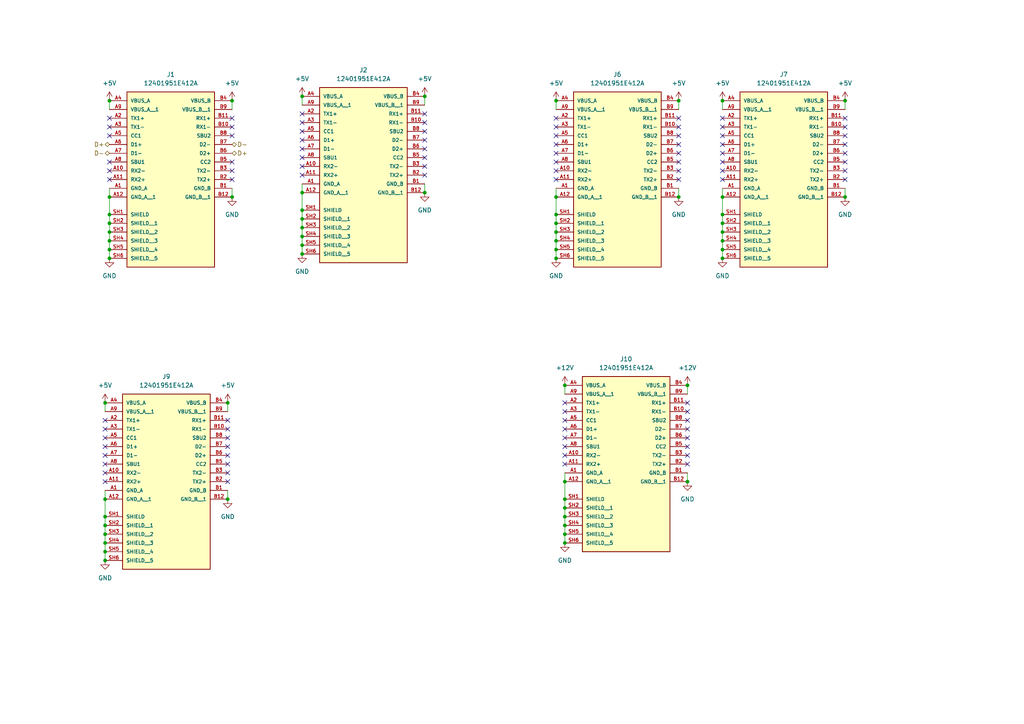
<source format=kicad_sch>
(kicad_sch
	(version 20250114)
	(generator "eeschema")
	(generator_version "9.0")
	(uuid "ded49801-e626-4871-bd0e-42d86ecd125b")
	(paper "A4")
	(lib_symbols
		(symbol "USB-C:12401951E412A"
			(pin_names
				(offset 1.016)
			)
			(exclude_from_sim no)
			(in_bom yes)
			(on_board yes)
			(property "Reference" "J"
				(at -12.7 16.002 0)
				(effects
					(font
						(size 1.27 1.27)
					)
					(justify left bottom)
				)
			)
			(property "Value" "12401951E412A"
				(at -12.7 -38.1 0)
				(effects
					(font
						(size 1.27 1.27)
					)
					(justify left bottom)
				)
			)
			(property "Footprint" "USB-C:AMPHENOL_12401951E412A"
				(at 0 0 0)
				(effects
					(font
						(size 1.27 1.27)
					)
					(justify bottom)
					(hide yes)
				)
			)
			(property "Datasheet" ""
				(at 0 0 0)
				(effects
					(font
						(size 1.27 1.27)
					)
					(hide yes)
				)
			)
			(property "Description" ""
				(at 0 0 0)
				(effects
					(font
						(size 1.27 1.27)
					)
					(hide yes)
				)
			)
			(property "PARTREV" "9"
				(at 0 0 0)
				(effects
					(font
						(size 1.27 1.27)
					)
					(justify bottom)
					(hide yes)
				)
			)
			(property "STANDARD" "Manufacturer Recommendations"
				(at 0 0 0)
				(effects
					(font
						(size 1.27 1.27)
					)
					(justify bottom)
					(hide yes)
				)
			)
			(property "MAXIMUM_PACKAGE_HEIGHT" "12.15mm"
				(at 0 0 0)
				(effects
					(font
						(size 1.27 1.27)
					)
					(justify bottom)
					(hide yes)
				)
			)
			(property "MANUFACTURER" "Amphenol"
				(at 0 0 0)
				(effects
					(font
						(size 1.27 1.27)
					)
					(justify bottom)
					(hide yes)
				)
			)
			(symbol "12401951E412A_0_0"
				(rectangle
					(start -12.7 -35.56)
					(end 12.7 15.24)
					(stroke
						(width 0.254)
						(type default)
					)
					(fill
						(type background)
					)
				)
				(pin power_in line
					(at -17.78 12.7 0)
					(length 5.08)
					(name "VBUS_A"
						(effects
							(font
								(size 1.016 1.016)
							)
						)
					)
					(number "A4"
						(effects
							(font
								(size 1.016 1.016)
							)
						)
					)
				)
				(pin power_in line
					(at -17.78 10.16 0)
					(length 5.08)
					(name "VBUS_A__1"
						(effects
							(font
								(size 1.016 1.016)
							)
						)
					)
					(number "A9"
						(effects
							(font
								(size 1.016 1.016)
							)
						)
					)
				)
				(pin bidirectional line
					(at -17.78 7.62 0)
					(length 5.08)
					(name "TX1+"
						(effects
							(font
								(size 1.016 1.016)
							)
						)
					)
					(number "A2"
						(effects
							(font
								(size 1.016 1.016)
							)
						)
					)
				)
				(pin bidirectional line
					(at -17.78 5.08 0)
					(length 5.08)
					(name "TX1-"
						(effects
							(font
								(size 1.016 1.016)
							)
						)
					)
					(number "A3"
						(effects
							(font
								(size 1.016 1.016)
							)
						)
					)
				)
				(pin bidirectional line
					(at -17.78 2.54 0)
					(length 5.08)
					(name "CC1"
						(effects
							(font
								(size 1.016 1.016)
							)
						)
					)
					(number "A5"
						(effects
							(font
								(size 1.016 1.016)
							)
						)
					)
				)
				(pin bidirectional line
					(at -17.78 0 0)
					(length 5.08)
					(name "D1+"
						(effects
							(font
								(size 1.016 1.016)
							)
						)
					)
					(number "A6"
						(effects
							(font
								(size 1.016 1.016)
							)
						)
					)
				)
				(pin bidirectional line
					(at -17.78 -2.54 0)
					(length 5.08)
					(name "D1-"
						(effects
							(font
								(size 1.016 1.016)
							)
						)
					)
					(number "A7"
						(effects
							(font
								(size 1.016 1.016)
							)
						)
					)
				)
				(pin bidirectional line
					(at -17.78 -5.08 0)
					(length 5.08)
					(name "SBU1"
						(effects
							(font
								(size 1.016 1.016)
							)
						)
					)
					(number "A8"
						(effects
							(font
								(size 1.016 1.016)
							)
						)
					)
				)
				(pin bidirectional line
					(at -17.78 -7.62 0)
					(length 5.08)
					(name "RX2-"
						(effects
							(font
								(size 1.016 1.016)
							)
						)
					)
					(number "A10"
						(effects
							(font
								(size 1.016 1.016)
							)
						)
					)
				)
				(pin bidirectional line
					(at -17.78 -10.16 0)
					(length 5.08)
					(name "RX2+"
						(effects
							(font
								(size 1.016 1.016)
							)
						)
					)
					(number "A11"
						(effects
							(font
								(size 1.016 1.016)
							)
						)
					)
				)
				(pin power_in line
					(at -17.78 -12.7 0)
					(length 5.08)
					(name "GND_A"
						(effects
							(font
								(size 1.016 1.016)
							)
						)
					)
					(number "A1"
						(effects
							(font
								(size 1.016 1.016)
							)
						)
					)
				)
				(pin power_in line
					(at -17.78 -15.24 0)
					(length 5.08)
					(name "GND_A__1"
						(effects
							(font
								(size 1.016 1.016)
							)
						)
					)
					(number "A12"
						(effects
							(font
								(size 1.016 1.016)
							)
						)
					)
				)
				(pin passive line
					(at -17.78 -20.32 0)
					(length 5.08)
					(name "SHIELD"
						(effects
							(font
								(size 1.016 1.016)
							)
						)
					)
					(number "SH1"
						(effects
							(font
								(size 1.016 1.016)
							)
						)
					)
				)
				(pin passive line
					(at -17.78 -22.86 0)
					(length 5.08)
					(name "SHIELD__1"
						(effects
							(font
								(size 1.016 1.016)
							)
						)
					)
					(number "SH2"
						(effects
							(font
								(size 1.016 1.016)
							)
						)
					)
				)
				(pin passive line
					(at -17.78 -25.4 0)
					(length 5.08)
					(name "SHIELD__2"
						(effects
							(font
								(size 1.016 1.016)
							)
						)
					)
					(number "SH3"
						(effects
							(font
								(size 1.016 1.016)
							)
						)
					)
				)
				(pin passive line
					(at -17.78 -27.94 0)
					(length 5.08)
					(name "SHIELD__3"
						(effects
							(font
								(size 1.016 1.016)
							)
						)
					)
					(number "SH4"
						(effects
							(font
								(size 1.016 1.016)
							)
						)
					)
				)
				(pin passive line
					(at -17.78 -30.48 0)
					(length 5.08)
					(name "SHIELD__4"
						(effects
							(font
								(size 1.016 1.016)
							)
						)
					)
					(number "SH5"
						(effects
							(font
								(size 1.016 1.016)
							)
						)
					)
				)
				(pin passive line
					(at -17.78 -33.02 0)
					(length 5.08)
					(name "SHIELD__5"
						(effects
							(font
								(size 1.016 1.016)
							)
						)
					)
					(number "SH6"
						(effects
							(font
								(size 1.016 1.016)
							)
						)
					)
				)
				(pin power_in line
					(at 17.78 12.7 180)
					(length 5.08)
					(name "VBUS_B"
						(effects
							(font
								(size 1.016 1.016)
							)
						)
					)
					(number "B4"
						(effects
							(font
								(size 1.016 1.016)
							)
						)
					)
				)
				(pin power_in line
					(at 17.78 10.16 180)
					(length 5.08)
					(name "VBUS_B__1"
						(effects
							(font
								(size 1.016 1.016)
							)
						)
					)
					(number "B9"
						(effects
							(font
								(size 1.016 1.016)
							)
						)
					)
				)
				(pin bidirectional line
					(at 17.78 7.62 180)
					(length 5.08)
					(name "RX1+"
						(effects
							(font
								(size 1.016 1.016)
							)
						)
					)
					(number "B11"
						(effects
							(font
								(size 1.016 1.016)
							)
						)
					)
				)
				(pin bidirectional line
					(at 17.78 5.08 180)
					(length 5.08)
					(name "RX1-"
						(effects
							(font
								(size 1.016 1.016)
							)
						)
					)
					(number "B10"
						(effects
							(font
								(size 1.016 1.016)
							)
						)
					)
				)
				(pin bidirectional line
					(at 17.78 2.54 180)
					(length 5.08)
					(name "SBU2"
						(effects
							(font
								(size 1.016 1.016)
							)
						)
					)
					(number "B8"
						(effects
							(font
								(size 1.016 1.016)
							)
						)
					)
				)
				(pin bidirectional line
					(at 17.78 0 180)
					(length 5.08)
					(name "D2-"
						(effects
							(font
								(size 1.016 1.016)
							)
						)
					)
					(number "B7"
						(effects
							(font
								(size 1.016 1.016)
							)
						)
					)
				)
				(pin bidirectional line
					(at 17.78 -2.54 180)
					(length 5.08)
					(name "D2+"
						(effects
							(font
								(size 1.016 1.016)
							)
						)
					)
					(number "B6"
						(effects
							(font
								(size 1.016 1.016)
							)
						)
					)
				)
				(pin bidirectional line
					(at 17.78 -5.08 180)
					(length 5.08)
					(name "CC2"
						(effects
							(font
								(size 1.016 1.016)
							)
						)
					)
					(number "B5"
						(effects
							(font
								(size 1.016 1.016)
							)
						)
					)
				)
				(pin bidirectional line
					(at 17.78 -7.62 180)
					(length 5.08)
					(name "TX2-"
						(effects
							(font
								(size 1.016 1.016)
							)
						)
					)
					(number "B3"
						(effects
							(font
								(size 1.016 1.016)
							)
						)
					)
				)
				(pin bidirectional line
					(at 17.78 -10.16 180)
					(length 5.08)
					(name "TX2+"
						(effects
							(font
								(size 1.016 1.016)
							)
						)
					)
					(number "B2"
						(effects
							(font
								(size 1.016 1.016)
							)
						)
					)
				)
				(pin power_in line
					(at 17.78 -12.7 180)
					(length 5.08)
					(name "GND_B"
						(effects
							(font
								(size 1.016 1.016)
							)
						)
					)
					(number "B1"
						(effects
							(font
								(size 1.016 1.016)
							)
						)
					)
				)
				(pin power_in line
					(at 17.78 -15.24 180)
					(length 5.08)
					(name "GND_B__1"
						(effects
							(font
								(size 1.016 1.016)
							)
						)
					)
					(number "B12"
						(effects
							(font
								(size 1.016 1.016)
							)
						)
					)
				)
			)
			(embedded_fonts no)
		)
		(symbol "power:+12V"
			(power)
			(pin_numbers
				(hide yes)
			)
			(pin_names
				(offset 0)
				(hide yes)
			)
			(exclude_from_sim no)
			(in_bom yes)
			(on_board yes)
			(property "Reference" "#PWR"
				(at 0 -3.81 0)
				(effects
					(font
						(size 1.27 1.27)
					)
					(hide yes)
				)
			)
			(property "Value" "+12V"
				(at 0 3.556 0)
				(effects
					(font
						(size 1.27 1.27)
					)
				)
			)
			(property "Footprint" ""
				(at 0 0 0)
				(effects
					(font
						(size 1.27 1.27)
					)
					(hide yes)
				)
			)
			(property "Datasheet" ""
				(at 0 0 0)
				(effects
					(font
						(size 1.27 1.27)
					)
					(hide yes)
				)
			)
			(property "Description" "Power symbol creates a global label with name \"+12V\""
				(at 0 0 0)
				(effects
					(font
						(size 1.27 1.27)
					)
					(hide yes)
				)
			)
			(property "ki_keywords" "global power"
				(at 0 0 0)
				(effects
					(font
						(size 1.27 1.27)
					)
					(hide yes)
				)
			)
			(symbol "+12V_0_1"
				(polyline
					(pts
						(xy -0.762 1.27) (xy 0 2.54)
					)
					(stroke
						(width 0)
						(type default)
					)
					(fill
						(type none)
					)
				)
				(polyline
					(pts
						(xy 0 2.54) (xy 0.762 1.27)
					)
					(stroke
						(width 0)
						(type default)
					)
					(fill
						(type none)
					)
				)
				(polyline
					(pts
						(xy 0 0) (xy 0 2.54)
					)
					(stroke
						(width 0)
						(type default)
					)
					(fill
						(type none)
					)
				)
			)
			(symbol "+12V_1_1"
				(pin power_in line
					(at 0 0 90)
					(length 0)
					(name "~"
						(effects
							(font
								(size 1.27 1.27)
							)
						)
					)
					(number "1"
						(effects
							(font
								(size 1.27 1.27)
							)
						)
					)
				)
			)
			(embedded_fonts no)
		)
		(symbol "power:+5V"
			(power)
			(pin_numbers
				(hide yes)
			)
			(pin_names
				(offset 0)
				(hide yes)
			)
			(exclude_from_sim no)
			(in_bom yes)
			(on_board yes)
			(property "Reference" "#PWR"
				(at 0 -3.81 0)
				(effects
					(font
						(size 1.27 1.27)
					)
					(hide yes)
				)
			)
			(property "Value" "+5V"
				(at 0 3.556 0)
				(effects
					(font
						(size 1.27 1.27)
					)
				)
			)
			(property "Footprint" ""
				(at 0 0 0)
				(effects
					(font
						(size 1.27 1.27)
					)
					(hide yes)
				)
			)
			(property "Datasheet" ""
				(at 0 0 0)
				(effects
					(font
						(size 1.27 1.27)
					)
					(hide yes)
				)
			)
			(property "Description" "Power symbol creates a global label with name \"+5V\""
				(at 0 0 0)
				(effects
					(font
						(size 1.27 1.27)
					)
					(hide yes)
				)
			)
			(property "ki_keywords" "global power"
				(at 0 0 0)
				(effects
					(font
						(size 1.27 1.27)
					)
					(hide yes)
				)
			)
			(symbol "+5V_0_1"
				(polyline
					(pts
						(xy -0.762 1.27) (xy 0 2.54)
					)
					(stroke
						(width 0)
						(type default)
					)
					(fill
						(type none)
					)
				)
				(polyline
					(pts
						(xy 0 2.54) (xy 0.762 1.27)
					)
					(stroke
						(width 0)
						(type default)
					)
					(fill
						(type none)
					)
				)
				(polyline
					(pts
						(xy 0 0) (xy 0 2.54)
					)
					(stroke
						(width 0)
						(type default)
					)
					(fill
						(type none)
					)
				)
			)
			(symbol "+5V_1_1"
				(pin power_in line
					(at 0 0 90)
					(length 0)
					(name "~"
						(effects
							(font
								(size 1.27 1.27)
							)
						)
					)
					(number "1"
						(effects
							(font
								(size 1.27 1.27)
							)
						)
					)
				)
			)
			(embedded_fonts no)
		)
		(symbol "power:GND"
			(power)
			(pin_numbers
				(hide yes)
			)
			(pin_names
				(offset 0)
				(hide yes)
			)
			(exclude_from_sim no)
			(in_bom yes)
			(on_board yes)
			(property "Reference" "#PWR"
				(at 0 -6.35 0)
				(effects
					(font
						(size 1.27 1.27)
					)
					(hide yes)
				)
			)
			(property "Value" "GND"
				(at 0 -3.81 0)
				(effects
					(font
						(size 1.27 1.27)
					)
				)
			)
			(property "Footprint" ""
				(at 0 0 0)
				(effects
					(font
						(size 1.27 1.27)
					)
					(hide yes)
				)
			)
			(property "Datasheet" ""
				(at 0 0 0)
				(effects
					(font
						(size 1.27 1.27)
					)
					(hide yes)
				)
			)
			(property "Description" "Power symbol creates a global label with name \"GND\" , ground"
				(at 0 0 0)
				(effects
					(font
						(size 1.27 1.27)
					)
					(hide yes)
				)
			)
			(property "ki_keywords" "global power"
				(at 0 0 0)
				(effects
					(font
						(size 1.27 1.27)
					)
					(hide yes)
				)
			)
			(symbol "GND_0_1"
				(polyline
					(pts
						(xy 0 0) (xy 0 -1.27) (xy 1.27 -1.27) (xy 0 -2.54) (xy -1.27 -1.27) (xy 0 -1.27)
					)
					(stroke
						(width 0)
						(type default)
					)
					(fill
						(type none)
					)
				)
			)
			(symbol "GND_1_1"
				(pin power_in line
					(at 0 0 270)
					(length 0)
					(name "~"
						(effects
							(font
								(size 1.27 1.27)
							)
						)
					)
					(number "1"
						(effects
							(font
								(size 1.27 1.27)
							)
						)
					)
				)
			)
			(embedded_fonts no)
		)
	)
	(junction
		(at 163.83 157.48)
		(diameter 0)
		(color 0 0 0 0)
		(uuid "05123a87-091a-419f-b92f-dfc19dab80e8")
	)
	(junction
		(at 161.29 62.23)
		(diameter 0)
		(color 0 0 0 0)
		(uuid "08193656-fd82-4e45-865a-7656a0849c10")
	)
	(junction
		(at 31.75 72.39)
		(diameter 0)
		(color 0 0 0 0)
		(uuid "09e4ed4d-b9cc-42a7-be49-f19537d27c8c")
	)
	(junction
		(at 30.48 144.78)
		(diameter 0)
		(color 0 0 0 0)
		(uuid "0de1b697-2eaa-4e77-95b0-2dc2dbbdf599")
	)
	(junction
		(at 209.55 69.85)
		(diameter 0)
		(color 0 0 0 0)
		(uuid "0ebbf0d6-5557-4b17-b27c-835b3b0fc067")
	)
	(junction
		(at 209.55 64.77)
		(diameter 0)
		(color 0 0 0 0)
		(uuid "0f491c00-802b-4791-95e8-6fd9a5f30977")
	)
	(junction
		(at 161.29 69.85)
		(diameter 0)
		(color 0 0 0 0)
		(uuid "155d2547-cb48-4bf8-819c-954c04b4371e")
	)
	(junction
		(at 163.83 111.76)
		(diameter 0)
		(color 0 0 0 0)
		(uuid "16e4154f-82f2-48e4-8ffa-8f22c6a94974")
	)
	(junction
		(at 209.55 29.21)
		(diameter 0)
		(color 0 0 0 0)
		(uuid "1dd4a10c-c102-477c-95dd-2851c0fdfa3b")
	)
	(junction
		(at 209.55 74.93)
		(diameter 0)
		(color 0 0 0 0)
		(uuid "1e582c55-5bb1-4c9e-8145-b9f373a2ec7d")
	)
	(junction
		(at 161.29 64.77)
		(diameter 0)
		(color 0 0 0 0)
		(uuid "2137ddb5-65b2-407f-a430-e2dbf4e03bc6")
	)
	(junction
		(at 66.04 144.78)
		(diameter 0)
		(color 0 0 0 0)
		(uuid "22076855-06b3-46e8-90d8-cfc5a6074b08")
	)
	(junction
		(at 163.83 149.86)
		(diameter 0)
		(color 0 0 0 0)
		(uuid "2483c173-8efd-4ce1-b9ab-d7c6f0c12039")
	)
	(junction
		(at 67.31 57.15)
		(diameter 0)
		(color 0 0 0 0)
		(uuid "261fa01d-eade-4f73-9f64-48ba33c50778")
	)
	(junction
		(at 163.83 147.32)
		(diameter 0)
		(color 0 0 0 0)
		(uuid "27da70a7-2bed-4260-bcbf-5f4b932d47a0")
	)
	(junction
		(at 87.63 27.94)
		(diameter 0)
		(color 0 0 0 0)
		(uuid "2db441e1-afc5-43e7-a174-010861b935b4")
	)
	(junction
		(at 30.48 116.84)
		(diameter 0)
		(color 0 0 0 0)
		(uuid "35fc12d6-7d5e-4fe4-8c36-a594b56c0367")
	)
	(junction
		(at 30.48 162.56)
		(diameter 0)
		(color 0 0 0 0)
		(uuid "39bb2758-fce6-4f77-86e4-9612df519224")
	)
	(junction
		(at 87.63 55.88)
		(diameter 0)
		(color 0 0 0 0)
		(uuid "3aa1677e-eeaa-410e-aa01-43a713ee72e6")
	)
	(junction
		(at 161.29 29.21)
		(diameter 0)
		(color 0 0 0 0)
		(uuid "3acab5c3-b82b-45ac-89e9-17dbb7cc81fd")
	)
	(junction
		(at 87.63 66.04)
		(diameter 0)
		(color 0 0 0 0)
		(uuid "3c4ea55b-f040-4689-86f0-94715e6bff6e")
	)
	(junction
		(at 30.48 160.02)
		(diameter 0)
		(color 0 0 0 0)
		(uuid "3e14e74a-218f-4f01-b0fb-e2aa49e3b8c8")
	)
	(junction
		(at 87.63 73.66)
		(diameter 0)
		(color 0 0 0 0)
		(uuid "40433df1-40d4-48bb-a932-88e097529cfb")
	)
	(junction
		(at 87.63 68.58)
		(diameter 0)
		(color 0 0 0 0)
		(uuid "47f6b59a-b9d8-4537-a77b-c22c66da3584")
	)
	(junction
		(at 161.29 67.31)
		(diameter 0)
		(color 0 0 0 0)
		(uuid "4978a9bc-ffad-413a-9f52-e17b47322ee6")
	)
	(junction
		(at 66.04 116.84)
		(diameter 0)
		(color 0 0 0 0)
		(uuid "5153eb5c-5e98-40df-8eb4-9e4a43fe5294")
	)
	(junction
		(at 123.19 55.88)
		(diameter 0)
		(color 0 0 0 0)
		(uuid "517880f0-bdfc-426d-8860-5b8923fdb422")
	)
	(junction
		(at 161.29 57.15)
		(diameter 0)
		(color 0 0 0 0)
		(uuid "51b513bd-c4f2-4526-ac55-7026c0601a1a")
	)
	(junction
		(at 31.75 64.77)
		(diameter 0)
		(color 0 0 0 0)
		(uuid "54290efb-28f2-4646-bdd6-66ac6c1a81c0")
	)
	(junction
		(at 245.11 29.21)
		(diameter 0)
		(color 0 0 0 0)
		(uuid "58c5f3d7-4ba2-4dc5-b777-4def18e3b510")
	)
	(junction
		(at 30.48 149.86)
		(diameter 0)
		(color 0 0 0 0)
		(uuid "5b2ebd82-ed74-468e-a3aa-2869aa08c828")
	)
	(junction
		(at 163.83 139.7)
		(diameter 0)
		(color 0 0 0 0)
		(uuid "5defe50a-4bd5-49e8-9868-56d53ea0838c")
	)
	(junction
		(at 163.83 152.4)
		(diameter 0)
		(color 0 0 0 0)
		(uuid "5ef4010a-d2a3-4e05-9504-532ece5e3580")
	)
	(junction
		(at 87.63 71.12)
		(diameter 0)
		(color 0 0 0 0)
		(uuid "61b82717-b072-4742-9be2-839dca7f3caa")
	)
	(junction
		(at 199.39 139.7)
		(diameter 0)
		(color 0 0 0 0)
		(uuid "63f55c06-e39c-4184-a876-8ae41f6ebbc7")
	)
	(junction
		(at 87.63 63.5)
		(diameter 0)
		(color 0 0 0 0)
		(uuid "702dff29-9f1f-4533-ae7f-c44b57373cf9")
	)
	(junction
		(at 199.39 111.76)
		(diameter 0)
		(color 0 0 0 0)
		(uuid "780a7239-84db-4e3b-9098-d71424b39cde")
	)
	(junction
		(at 196.85 29.21)
		(diameter 0)
		(color 0 0 0 0)
		(uuid "7a4ef097-efe3-44a4-b1a1-de825eaf6b70")
	)
	(junction
		(at 31.75 67.31)
		(diameter 0)
		(color 0 0 0 0)
		(uuid "8af996e4-b050-42d9-986a-5f1e969f5140")
	)
	(junction
		(at 196.85 57.15)
		(diameter 0)
		(color 0 0 0 0)
		(uuid "8fcf0295-cfbd-46f0-ac6b-ac785a7995c3")
	)
	(junction
		(at 123.19 27.94)
		(diameter 0)
		(color 0 0 0 0)
		(uuid "9806078c-d98a-47af-980e-f70be6e971dc")
	)
	(junction
		(at 163.83 144.78)
		(diameter 0)
		(color 0 0 0 0)
		(uuid "9c9ceebd-8ced-408d-ae66-268c9b0a37e3")
	)
	(junction
		(at 209.55 57.15)
		(diameter 0)
		(color 0 0 0 0)
		(uuid "9e55f68c-dd9d-4af4-943b-76e29d9ad1ce")
	)
	(junction
		(at 161.29 74.93)
		(diameter 0)
		(color 0 0 0 0)
		(uuid "aa30de26-21e6-440d-bb4c-bcf5e80c22b1")
	)
	(junction
		(at 67.31 29.21)
		(diameter 0)
		(color 0 0 0 0)
		(uuid "b43bde33-00fb-48a9-88a2-de0fc65ed4e0")
	)
	(junction
		(at 30.48 154.94)
		(diameter 0)
		(color 0 0 0 0)
		(uuid "b745a535-e319-40b0-969f-ab347170cb50")
	)
	(junction
		(at 30.48 157.48)
		(diameter 0)
		(color 0 0 0 0)
		(uuid "bd81d7fc-f541-4b1f-be10-f2089ba71f94")
	)
	(junction
		(at 31.75 69.85)
		(diameter 0)
		(color 0 0 0 0)
		(uuid "bf18a76b-81c9-43fa-9c9b-7e01f7af7b62")
	)
	(junction
		(at 161.29 72.39)
		(diameter 0)
		(color 0 0 0 0)
		(uuid "c5bc051c-b8f3-4843-8aaa-8062ef6cbde6")
	)
	(junction
		(at 31.75 29.21)
		(diameter 0)
		(color 0 0 0 0)
		(uuid "c72fe632-21f6-461c-88fb-9091711a16d7")
	)
	(junction
		(at 209.55 72.39)
		(diameter 0)
		(color 0 0 0 0)
		(uuid "da325042-5511-4815-b03e-9145bb0bbb29")
	)
	(junction
		(at 31.75 57.15)
		(diameter 0)
		(color 0 0 0 0)
		(uuid "dcafff5d-eff6-44f0-aac1-95d48046eceb")
	)
	(junction
		(at 87.63 60.96)
		(diameter 0)
		(color 0 0 0 0)
		(uuid "df48dd13-9b46-4b03-b98e-7854690dfa5c")
	)
	(junction
		(at 31.75 62.23)
		(diameter 0)
		(color 0 0 0 0)
		(uuid "e02c8ead-2cd5-49aa-b30a-a04bcc505bab")
	)
	(junction
		(at 209.55 62.23)
		(diameter 0)
		(color 0 0 0 0)
		(uuid "e3a4a9f9-def9-4369-a70f-ea0bed3488c7")
	)
	(junction
		(at 31.75 74.93)
		(diameter 0)
		(color 0 0 0 0)
		(uuid "e524ebe0-abb0-4be6-bfe6-f45d67a39979")
	)
	(junction
		(at 245.11 57.15)
		(diameter 0)
		(color 0 0 0 0)
		(uuid "f51976c3-a87f-40f5-8010-429670c02555")
	)
	(junction
		(at 209.55 67.31)
		(diameter 0)
		(color 0 0 0 0)
		(uuid "f5343e2d-c68e-4aea-a471-2b894b526a5f")
	)
	(junction
		(at 163.83 154.94)
		(diameter 0)
		(color 0 0 0 0)
		(uuid "f84aae93-0aa7-47d3-a6c0-a757ebdd5eab")
	)
	(junction
		(at 30.48 152.4)
		(diameter 0)
		(color 0 0 0 0)
		(uuid "ff2ad181-2eba-4b92-a8b4-67ec4f359e73")
	)
	(no_connect
		(at 245.11 49.53)
		(uuid "01187610-6c55-4005-98e9-0ecd9f85b86f")
	)
	(no_connect
		(at 209.55 36.83)
		(uuid "0674639a-678b-4372-a9d8-035c42c5d2d9")
	)
	(no_connect
		(at 161.29 46.99)
		(uuid "090998a9-9831-42ba-8f4c-dfda22009d83")
	)
	(no_connect
		(at 199.39 132.08)
		(uuid "0a65286c-18cd-4c2d-8e23-6334c34d1382")
	)
	(no_connect
		(at 209.55 34.29)
		(uuid "0d395280-b5fb-45c7-bbfe-d723a464f222")
	)
	(no_connect
		(at 245.11 41.91)
		(uuid "110be561-2334-438c-bd39-05119d9426d3")
	)
	(no_connect
		(at 66.04 139.7)
		(uuid "1338b71e-8498-49f9-8f4c-816a62308891")
	)
	(no_connect
		(at 30.48 132.08)
		(uuid "13feb99e-1126-499a-bbdb-31367edf3a45")
	)
	(no_connect
		(at 87.63 40.64)
		(uuid "19d3d21f-2a6a-4825-b893-ceca632a38ed")
	)
	(no_connect
		(at 163.83 134.62)
		(uuid "1d2af40d-bcb8-4798-938f-cae55ce3c054")
	)
	(no_connect
		(at 209.55 46.99)
		(uuid "1d7ebd34-b419-4894-a088-a5127d82aee8")
	)
	(no_connect
		(at 245.11 52.07)
		(uuid "1e39d04d-f0ce-4361-889b-eeb532d8b43a")
	)
	(no_connect
		(at 209.55 44.45)
		(uuid "20e2e007-0303-4539-b38e-9c8beee5bdf2")
	)
	(no_connect
		(at 163.83 132.08)
		(uuid "24cdb45c-fb7e-4b65-8760-d90e20879ceb")
	)
	(no_connect
		(at 87.63 48.26)
		(uuid "2dbed85d-a7a7-446d-9ed4-c1f722156f62")
	)
	(no_connect
		(at 209.55 52.07)
		(uuid "2e1b9652-e9e7-4df9-b610-46d0e7b8183f")
	)
	(no_connect
		(at 161.29 34.29)
		(uuid "2efed855-e7c6-4501-9879-a654d47adc48")
	)
	(no_connect
		(at 30.48 139.7)
		(uuid "2f400e41-9aef-4bbf-80aa-1e2d0af3329f")
	)
	(no_connect
		(at 196.85 52.07)
		(uuid "2f6f65d1-d33f-4e9b-8dde-f03947b8f843")
	)
	(no_connect
		(at 66.04 124.46)
		(uuid "33016da6-3c73-4246-9c7c-31c221a41121")
	)
	(no_connect
		(at 199.39 134.62)
		(uuid "379ae71a-0a1d-42cf-91fc-e669f5205530")
	)
	(no_connect
		(at 199.39 121.92)
		(uuid "3a2c8a24-106f-4e23-9a7c-b1a6407ac2d8")
	)
	(no_connect
		(at 196.85 46.99)
		(uuid "3d545d5f-ae18-40ca-8631-a21bd6b0e173")
	)
	(no_connect
		(at 199.39 127)
		(uuid "419981ed-a5f7-4ad7-82a3-3cc5ea23d642")
	)
	(no_connect
		(at 161.29 44.45)
		(uuid "4ca5e19d-93e3-4aa7-a51f-5abc4699d3b2")
	)
	(no_connect
		(at 123.19 35.56)
		(uuid "4f394285-354f-4f36-b061-822e13cf8fa1")
	)
	(no_connect
		(at 209.55 39.37)
		(uuid "504fb731-0512-400e-b87d-113c07f06d78")
	)
	(no_connect
		(at 30.48 137.16)
		(uuid "532a555b-6e5c-4d63-b7e5-7b4b99209376")
	)
	(no_connect
		(at 196.85 44.45)
		(uuid "54936005-6a81-4b6c-b08f-d697fcbbc38a")
	)
	(no_connect
		(at 196.85 39.37)
		(uuid "5a1a3fff-fc0a-49d6-9213-10a64ccd25e3")
	)
	(no_connect
		(at 31.75 36.83)
		(uuid "5faba66c-7244-432d-9285-e35bcc217ab0")
	)
	(no_connect
		(at 245.11 36.83)
		(uuid "624bb1fb-8db3-4e8a-ba77-68be82bb11d6")
	)
	(no_connect
		(at 123.19 33.02)
		(uuid "68836ec0-a73c-4aee-bd5b-8cdf99d1c37f")
	)
	(no_connect
		(at 30.48 121.92)
		(uuid "6f64838e-4c74-4e4e-9623-3890e4d18e72")
	)
	(no_connect
		(at 209.55 41.91)
		(uuid "7274e4a5-5ab7-4fee-9558-bdb388e029e7")
	)
	(no_connect
		(at 245.11 44.45)
		(uuid "733221ea-23b8-4928-bef7-51a4b823c863")
	)
	(no_connect
		(at 66.04 134.62)
		(uuid "739eede1-3ffd-44a8-a224-3855de564b75")
	)
	(no_connect
		(at 67.31 52.07)
		(uuid "775d96f4-f78b-44e4-9ac0-f01e7867b698")
	)
	(no_connect
		(at 123.19 40.64)
		(uuid "77dd2db7-d11a-4111-93f4-0198d1496120")
	)
	(no_connect
		(at 66.04 137.16)
		(uuid "7d57e5d8-ae80-492f-9966-304a04a23ad8")
	)
	(no_connect
		(at 161.29 41.91)
		(uuid "7fcaea08-2016-4b37-9f8b-d7cffa0663b6")
	)
	(no_connect
		(at 67.31 46.99)
		(uuid "804b5234-9411-4965-9e71-a8a745d1a86a")
	)
	(no_connect
		(at 123.19 45.72)
		(uuid "80eaca53-98c1-4d4f-9e47-881df9bd124b")
	)
	(no_connect
		(at 199.39 129.54)
		(uuid "81b76082-6158-468a-9b69-6220295c6343")
	)
	(no_connect
		(at 31.75 49.53)
		(uuid "8273bad6-c831-4d2e-aab5-bdd5de6f9522")
	)
	(no_connect
		(at 87.63 50.8)
		(uuid "8357d335-462a-46a5-b4fc-5571b97e464f")
	)
	(no_connect
		(at 66.04 121.92)
		(uuid "83c43755-7afc-47f3-b280-3b303300a502")
	)
	(no_connect
		(at 87.63 35.56)
		(uuid "84be7761-b3eb-4bc1-9bd4-2b1f38413da4")
	)
	(no_connect
		(at 67.31 49.53)
		(uuid "85e69c9a-7445-46d5-a1f2-d2ba3a75a5d0")
	)
	(no_connect
		(at 161.29 39.37)
		(uuid "881e7e76-06c7-4655-853c-1700df220fde")
	)
	(no_connect
		(at 66.04 132.08)
		(uuid "8d22e80a-9f5a-4bdc-a9a9-eb27ad999edb")
	)
	(no_connect
		(at 163.83 127)
		(uuid "90201602-e7da-4b8a-b0ba-e0bde6899f69")
	)
	(no_connect
		(at 196.85 41.91)
		(uuid "923dd3bc-91a2-4084-844a-274e0b8f6861")
	)
	(no_connect
		(at 30.48 124.46)
		(uuid "96d08309-8439-4127-a1a4-9e276f195b3a")
	)
	(no_connect
		(at 66.04 129.54)
		(uuid "97e95ae1-8e1f-4ac5-b677-73a4bbb5fc80")
	)
	(no_connect
		(at 199.39 124.46)
		(uuid "9cedfe1b-917f-4e69-afc1-a85733fdc6b7")
	)
	(no_connect
		(at 163.83 129.54)
		(uuid "9d49ed39-e0d8-4105-aa1b-5bc9a9b39556")
	)
	(no_connect
		(at 163.83 119.38)
		(uuid "9d4ec58f-5742-40d7-aedf-35a240a04bbc")
	)
	(no_connect
		(at 196.85 49.53)
		(uuid "9f088beb-6ef5-4986-9ee5-8498c5a57525")
	)
	(no_connect
		(at 30.48 134.62)
		(uuid "a4f9254b-8b19-4580-961a-0365eebb50e6")
	)
	(no_connect
		(at 31.75 46.99)
		(uuid "a9c3cc60-5339-457a-90cf-a412798cfc76")
	)
	(no_connect
		(at 31.75 34.29)
		(uuid "ab908a46-142f-44b1-a57b-0fe41bdb08f7")
	)
	(no_connect
		(at 209.55 49.53)
		(uuid "b0e228f4-8ac2-4956-b697-463b2083138e")
	)
	(no_connect
		(at 67.31 36.83)
		(uuid "b60250c4-5a4f-469d-a264-09cb473db96a")
	)
	(no_connect
		(at 30.48 127)
		(uuid "bfad6a74-0337-42c4-ac80-6bf74c5853ee")
	)
	(no_connect
		(at 245.11 34.29)
		(uuid "c04f6106-bdb9-48ac-bdc6-e7abe705cbda")
	)
	(no_connect
		(at 163.83 121.92)
		(uuid "c367f6c5-f201-44f6-8942-d0efd28f4489")
	)
	(no_connect
		(at 123.19 50.8)
		(uuid "c48b41a9-84c8-4fab-bac7-38a5d2a552ce")
	)
	(no_connect
		(at 123.19 38.1)
		(uuid "c5286a5f-327c-4a4a-aec7-5f1a0ea8aaaa")
	)
	(no_connect
		(at 163.83 124.46)
		(uuid "c7192363-681d-48a6-8bd4-89e1ff796fb2")
	)
	(no_connect
		(at 31.75 39.37)
		(uuid "c9c37ee6-4933-4b9a-9284-dbcef1c30fb3")
	)
	(no_connect
		(at 67.31 39.37)
		(uuid "cd213e2d-6ba7-4814-af48-e85a2bb54983")
	)
	(no_connect
		(at 163.83 116.84)
		(uuid "cea5ca91-e13d-41d1-80fe-b26073097433")
	)
	(no_connect
		(at 31.75 52.07)
		(uuid "d3469dc9-056a-4074-93a4-1682b859472f")
	)
	(no_connect
		(at 87.63 43.18)
		(uuid "d5e5f947-a6cf-4a37-807f-99ada961dae3")
	)
	(no_connect
		(at 161.29 49.53)
		(uuid "d841a31c-6ec4-4438-ab46-a436cb9eceb4")
	)
	(no_connect
		(at 245.11 46.99)
		(uuid "d9cbf038-7c35-4b2a-a68e-50424a0f8eeb")
	)
	(no_connect
		(at 123.19 43.18)
		(uuid "d9f24ca2-52ae-4968-8a4f-5d6b9b355faf")
	)
	(no_connect
		(at 196.85 36.83)
		(uuid "da12629d-b0a0-4965-92ed-adde7892b4dc")
	)
	(no_connect
		(at 66.04 127)
		(uuid "db81d2ec-cd79-4360-a7a4-c0801d82a710")
	)
	(no_connect
		(at 245.11 39.37)
		(uuid "dff64ca7-c35a-485b-a174-212afddd2958")
	)
	(no_connect
		(at 199.39 116.84)
		(uuid "e27a0d03-4dc7-4440-99b3-22ecc99e45e5")
	)
	(no_connect
		(at 123.19 48.26)
		(uuid "e602bc16-f5d0-4e64-a589-7702cbd182b1")
	)
	(no_connect
		(at 87.63 33.02)
		(uuid "e6743361-c1b4-4db6-a628-a5ab80852887")
	)
	(no_connect
		(at 67.31 34.29)
		(uuid "e855d6c5-49c5-4f3c-829c-e4d8515cf65a")
	)
	(no_connect
		(at 161.29 36.83)
		(uuid "e87c26db-fd52-4208-a947-250006325b51")
	)
	(no_connect
		(at 161.29 52.07)
		(uuid "eece8869-118e-416e-82e3-70280b413247")
	)
	(no_connect
		(at 87.63 45.72)
		(uuid "f44d22f4-6907-464e-a0ae-dc3ffa198d04")
	)
	(no_connect
		(at 87.63 38.1)
		(uuid "f49e612a-f395-4be0-a2b7-fa2dc17c5cf0")
	)
	(no_connect
		(at 199.39 119.38)
		(uuid "f8bdef6d-467f-407a-9d1b-b85240f2c04f")
	)
	(no_connect
		(at 30.48 129.54)
		(uuid "faab7d5c-c4aa-425f-a17a-b816f1128122")
	)
	(no_connect
		(at 196.85 34.29)
		(uuid "fca03862-ff76-40aa-a3ec-839abbe97028")
	)
	(wire
		(pts
			(xy 30.48 149.86) (xy 30.48 152.4)
		)
		(stroke
			(width 0)
			(type default)
		)
		(uuid "0027ef25-88b7-4c22-8491-2c8877ed54cc")
	)
	(wire
		(pts
			(xy 209.55 69.85) (xy 209.55 72.39)
		)
		(stroke
			(width 0)
			(type default)
		)
		(uuid "051db6e9-281e-4117-9be2-b64ccb712dc1")
	)
	(wire
		(pts
			(xy 196.85 54.61) (xy 196.85 57.15)
		)
		(stroke
			(width 0)
			(type default)
		)
		(uuid "069efcf4-b7bf-43b1-9099-46b943fc7781")
	)
	(wire
		(pts
			(xy 209.55 64.77) (xy 209.55 67.31)
		)
		(stroke
			(width 0)
			(type default)
		)
		(uuid "085c3209-10a5-4b6f-b193-f49df92987eb")
	)
	(wire
		(pts
			(xy 196.85 29.21) (xy 196.85 31.75)
		)
		(stroke
			(width 0)
			(type default)
		)
		(uuid "0a36c754-09d7-4336-91cb-286568da9f16")
	)
	(wire
		(pts
			(xy 66.04 116.84) (xy 66.04 119.38)
		)
		(stroke
			(width 0)
			(type default)
		)
		(uuid "0c60ac4d-910f-42d5-ba70-7cd245b4d062")
	)
	(wire
		(pts
			(xy 67.31 54.61) (xy 67.31 57.15)
		)
		(stroke
			(width 0)
			(type default)
		)
		(uuid "11654943-d19e-4763-893c-5b13830d30f2")
	)
	(wire
		(pts
			(xy 161.29 69.85) (xy 161.29 72.39)
		)
		(stroke
			(width 0)
			(type default)
		)
		(uuid "1188dbc3-ca52-499d-8eac-84365db68862")
	)
	(wire
		(pts
			(xy 31.75 54.61) (xy 31.75 57.15)
		)
		(stroke
			(width 0)
			(type default)
		)
		(uuid "1248a5a9-c6ca-440b-8be7-38d21aeefc1b")
	)
	(wire
		(pts
			(xy 161.29 72.39) (xy 161.29 74.93)
		)
		(stroke
			(width 0)
			(type default)
		)
		(uuid "15351450-dcfc-4393-8d75-736be73a01c4")
	)
	(wire
		(pts
			(xy 30.48 157.48) (xy 30.48 160.02)
		)
		(stroke
			(width 0)
			(type default)
		)
		(uuid "16fc1df1-442a-4557-aa24-6000be755e55")
	)
	(wire
		(pts
			(xy 30.48 116.84) (xy 30.48 119.38)
		)
		(stroke
			(width 0)
			(type default)
		)
		(uuid "27732d0b-37b3-48d9-a5b0-f4499287e9a2")
	)
	(wire
		(pts
			(xy 87.63 53.34) (xy 87.63 55.88)
		)
		(stroke
			(width 0)
			(type default)
		)
		(uuid "2837c70b-c4f3-4cfa-bff3-7372d4fe8440")
	)
	(wire
		(pts
			(xy 66.04 142.24) (xy 66.04 144.78)
		)
		(stroke
			(width 0)
			(type default)
		)
		(uuid "2b798b74-32f2-4d8b-afec-39829c70d490")
	)
	(wire
		(pts
			(xy 87.63 68.58) (xy 87.63 71.12)
		)
		(stroke
			(width 0)
			(type default)
		)
		(uuid "2f4475fa-6eed-4ce3-a830-15e16743e6ee")
	)
	(wire
		(pts
			(xy 30.48 160.02) (xy 30.48 162.56)
		)
		(stroke
			(width 0)
			(type default)
		)
		(uuid "30fd9b5f-6542-46a0-aca9-5f87cf15444d")
	)
	(wire
		(pts
			(xy 163.83 152.4) (xy 163.83 154.94)
		)
		(stroke
			(width 0)
			(type default)
		)
		(uuid "339c43aa-a0db-4431-a49a-2521215fd82f")
	)
	(wire
		(pts
			(xy 87.63 55.88) (xy 87.63 60.96)
		)
		(stroke
			(width 0)
			(type default)
		)
		(uuid "37b7b89b-cdcc-4adc-9ba5-00f9c282562f")
	)
	(wire
		(pts
			(xy 163.83 154.94) (xy 163.83 157.48)
		)
		(stroke
			(width 0)
			(type default)
		)
		(uuid "4033dc6f-a4b4-4521-bd91-cf24839b46c8")
	)
	(wire
		(pts
			(xy 163.83 111.76) (xy 163.83 114.3)
		)
		(stroke
			(width 0)
			(type default)
		)
		(uuid "411538d3-f41d-4950-8929-ca126d6149b7")
	)
	(wire
		(pts
			(xy 30.48 142.24) (xy 30.48 144.78)
		)
		(stroke
			(width 0)
			(type default)
		)
		(uuid "470b3ddd-91ad-4cda-9c7a-0ed810aa31b4")
	)
	(wire
		(pts
			(xy 199.39 111.76) (xy 199.39 114.3)
		)
		(stroke
			(width 0)
			(type default)
		)
		(uuid "536bd5f2-128c-4596-a431-8da8c45b5f8f")
	)
	(wire
		(pts
			(xy 161.29 54.61) (xy 161.29 57.15)
		)
		(stroke
			(width 0)
			(type default)
		)
		(uuid "5a753e01-a236-4300-8616-88280126d7a2")
	)
	(wire
		(pts
			(xy 30.48 144.78) (xy 30.48 149.86)
		)
		(stroke
			(width 0)
			(type default)
		)
		(uuid "5d1636f0-cdd3-4a5f-805f-628f2698dfbb")
	)
	(wire
		(pts
			(xy 161.29 67.31) (xy 161.29 69.85)
		)
		(stroke
			(width 0)
			(type default)
		)
		(uuid "602188f3-ec3a-4dd3-9269-be2b15491add")
	)
	(wire
		(pts
			(xy 123.19 53.34) (xy 123.19 55.88)
		)
		(stroke
			(width 0)
			(type default)
		)
		(uuid "61264001-28e8-4034-ad63-2698a22bee9a")
	)
	(wire
		(pts
			(xy 31.75 67.31) (xy 31.75 69.85)
		)
		(stroke
			(width 0)
			(type default)
		)
		(uuid "708f0da6-4f40-4cb8-93b6-88feb5d977f6")
	)
	(wire
		(pts
			(xy 161.29 62.23) (xy 161.29 64.77)
		)
		(stroke
			(width 0)
			(type default)
		)
		(uuid "73c130fd-88ca-4d84-ad35-69ea37625e35")
	)
	(wire
		(pts
			(xy 209.55 72.39) (xy 209.55 74.93)
		)
		(stroke
			(width 0)
			(type default)
		)
		(uuid "77c848a5-e212-4d86-99f8-0ece48a9cd81")
	)
	(wire
		(pts
			(xy 87.63 71.12) (xy 87.63 73.66)
		)
		(stroke
			(width 0)
			(type default)
		)
		(uuid "79e70799-4075-4c23-9bcb-c0a23c8467a7")
	)
	(wire
		(pts
			(xy 87.63 63.5) (xy 87.63 66.04)
		)
		(stroke
			(width 0)
			(type default)
		)
		(uuid "7e2a7ba2-a886-410e-864c-2af0667a47db")
	)
	(wire
		(pts
			(xy 245.11 29.21) (xy 245.11 31.75)
		)
		(stroke
			(width 0)
			(type default)
		)
		(uuid "87d2c804-e26c-4801-aeff-61dfc7ccfd92")
	)
	(wire
		(pts
			(xy 31.75 62.23) (xy 31.75 64.77)
		)
		(stroke
			(width 0)
			(type default)
		)
		(uuid "8853f138-d969-4809-9951-8329bda9b32f")
	)
	(wire
		(pts
			(xy 161.29 29.21) (xy 161.29 31.75)
		)
		(stroke
			(width 0)
			(type default)
		)
		(uuid "8b6aace7-69f8-4380-9643-720a252cec64")
	)
	(wire
		(pts
			(xy 163.83 144.78) (xy 163.83 147.32)
		)
		(stroke
			(width 0)
			(type default)
		)
		(uuid "9148d976-0a33-4f3f-b19e-33d33bc70b35")
	)
	(wire
		(pts
			(xy 209.55 62.23) (xy 209.55 64.77)
		)
		(stroke
			(width 0)
			(type default)
		)
		(uuid "97d33594-80d6-4148-b795-b90dd7811b25")
	)
	(wire
		(pts
			(xy 161.29 57.15) (xy 161.29 62.23)
		)
		(stroke
			(width 0)
			(type default)
		)
		(uuid "9939d424-14db-43b1-9472-e24517855d96")
	)
	(wire
		(pts
			(xy 67.31 29.21) (xy 67.31 31.75)
		)
		(stroke
			(width 0)
			(type default)
		)
		(uuid "9bf4c69b-83ab-4e4f-bedf-74b8ce5d9720")
	)
	(wire
		(pts
			(xy 161.29 64.77) (xy 161.29 67.31)
		)
		(stroke
			(width 0)
			(type default)
		)
		(uuid "9de753b5-8aca-460f-85fe-1c7cae92a89f")
	)
	(wire
		(pts
			(xy 163.83 149.86) (xy 163.83 152.4)
		)
		(stroke
			(width 0)
			(type default)
		)
		(uuid "9e8b66a4-e03d-4af1-9e07-c2b6d1d899ce")
	)
	(wire
		(pts
			(xy 209.55 54.61) (xy 209.55 57.15)
		)
		(stroke
			(width 0)
			(type default)
		)
		(uuid "9e8f2b0c-2ef0-4c58-8576-7fd6fc7dc6d1")
	)
	(wire
		(pts
			(xy 87.63 60.96) (xy 87.63 63.5)
		)
		(stroke
			(width 0)
			(type default)
		)
		(uuid "a2b6c26f-b8a0-4bf8-bbb5-d34cb7af22d5")
	)
	(wire
		(pts
			(xy 209.55 67.31) (xy 209.55 69.85)
		)
		(stroke
			(width 0)
			(type default)
		)
		(uuid "a327dff5-fa53-4f1e-9835-50def7a6fe77")
	)
	(wire
		(pts
			(xy 31.75 29.21) (xy 31.75 31.75)
		)
		(stroke
			(width 0)
			(type default)
		)
		(uuid "a339d89b-c032-41dd-b443-61375fed82f5")
	)
	(wire
		(pts
			(xy 199.39 137.16) (xy 199.39 139.7)
		)
		(stroke
			(width 0)
			(type default)
		)
		(uuid "a5c4019f-d438-4be5-91c7-8f5b319df21a")
	)
	(wire
		(pts
			(xy 123.19 27.94) (xy 123.19 30.48)
		)
		(stroke
			(width 0)
			(type default)
		)
		(uuid "b91eb1e1-857c-40ce-96ce-29d92730fd77")
	)
	(wire
		(pts
			(xy 30.48 154.94) (xy 30.48 157.48)
		)
		(stroke
			(width 0)
			(type default)
		)
		(uuid "b9a45740-dca3-4812-845d-639aca116696")
	)
	(wire
		(pts
			(xy 163.83 137.16) (xy 163.83 139.7)
		)
		(stroke
			(width 0)
			(type default)
		)
		(uuid "c1d8d9e5-07df-4959-9e4b-c495363599a8")
	)
	(wire
		(pts
			(xy 209.55 57.15) (xy 209.55 62.23)
		)
		(stroke
			(width 0)
			(type default)
		)
		(uuid "c77ab552-35b3-406e-abe9-cf79d27643f0")
	)
	(wire
		(pts
			(xy 30.48 152.4) (xy 30.48 154.94)
		)
		(stroke
			(width 0)
			(type default)
		)
		(uuid "cdafe1ed-971c-4aa1-bb3d-f5f1b5f7abe1")
	)
	(wire
		(pts
			(xy 31.75 69.85) (xy 31.75 72.39)
		)
		(stroke
			(width 0)
			(type default)
		)
		(uuid "d77bf486-373a-4765-9b39-dfca5f7cbc86")
	)
	(wire
		(pts
			(xy 163.83 147.32) (xy 163.83 149.86)
		)
		(stroke
			(width 0)
			(type default)
		)
		(uuid "e10422fc-b7b4-451a-8a61-2aa85f1db493")
	)
	(wire
		(pts
			(xy 87.63 66.04) (xy 87.63 68.58)
		)
		(stroke
			(width 0)
			(type default)
		)
		(uuid "e250891d-e60c-4d99-aef6-5b35381652f9")
	)
	(wire
		(pts
			(xy 209.55 29.21) (xy 209.55 31.75)
		)
		(stroke
			(width 0)
			(type default)
		)
		(uuid "eb618477-de28-4d8b-9150-c040a6e70e76")
	)
	(wire
		(pts
			(xy 31.75 57.15) (xy 31.75 62.23)
		)
		(stroke
			(width 0)
			(type default)
		)
		(uuid "ee3af48d-b64c-4ee0-969f-91b75e7a3ecb")
	)
	(wire
		(pts
			(xy 87.63 27.94) (xy 87.63 30.48)
		)
		(stroke
			(width 0)
			(type default)
		)
		(uuid "ee9a4ab1-6c99-4070-8d3a-9250cd850f18")
	)
	(wire
		(pts
			(xy 245.11 54.61) (xy 245.11 57.15)
		)
		(stroke
			(width 0)
			(type default)
		)
		(uuid "ef2a9468-d9f8-4e39-a834-ea2bfe2b6e13")
	)
	(wire
		(pts
			(xy 163.83 139.7) (xy 163.83 144.78)
		)
		(stroke
			(width 0)
			(type default)
		)
		(uuid "f091d9e0-e0dd-44f4-9306-68dce0be8da2")
	)
	(wire
		(pts
			(xy 31.75 64.77) (xy 31.75 67.31)
		)
		(stroke
			(width 0)
			(type default)
		)
		(uuid "f1a72915-603e-4c40-aa51-e0420aea9da6")
	)
	(wire
		(pts
			(xy 31.75 72.39) (xy 31.75 74.93)
		)
		(stroke
			(width 0)
			(type default)
		)
		(uuid "f7baf0a7-43cd-4f0b-af1e-cde1ec972f5b")
	)
	(hierarchical_label "D+"
		(shape bidirectional)
		(at 31.75 41.91 180)
		(effects
			(font
				(size 1.27 1.27)
			)
			(justify right)
		)
		(uuid "b2e29b91-b021-44c3-bdbe-812163f1a1a7")
	)
	(hierarchical_label "D+"
		(shape bidirectional)
		(at 67.31 44.45 0)
		(effects
			(font
				(size 1.27 1.27)
			)
			(justify left)
		)
		(uuid "bf254f06-4943-41e8-aeee-deb1abc82e99")
	)
	(hierarchical_label "D-"
		(shape bidirectional)
		(at 31.75 44.45 180)
		(effects
			(font
				(size 1.27 1.27)
			)
			(justify right)
		)
		(uuid "c78565d2-2e56-4fde-84b6-959d19fa785c")
	)
	(hierarchical_label "D-"
		(shape bidirectional)
		(at 67.31 41.91 0)
		(effects
			(font
				(size 1.27 1.27)
			)
			(justify left)
		)
		(uuid "d966b483-cbf7-4185-938e-2dcb919642fb")
	)
	(symbol
		(lib_id "power:GND")
		(at 31.75 74.93 0)
		(unit 1)
		(exclude_from_sim no)
		(in_bom yes)
		(on_board yes)
		(dnp no)
		(fields_autoplaced yes)
		(uuid "1917f9fd-47ac-4038-a9a2-bffd14c3d132")
		(property "Reference" "#PWR032"
			(at 31.75 81.28 0)
			(effects
				(font
					(size 1.27 1.27)
				)
				(hide yes)
			)
		)
		(property "Value" "GND"
			(at 31.75 80.01 0)
			(effects
				(font
					(size 1.27 1.27)
				)
			)
		)
		(property "Footprint" ""
			(at 31.75 74.93 0)
			(effects
				(font
					(size 1.27 1.27)
				)
				(hide yes)
			)
		)
		(property "Datasheet" ""
			(at 31.75 74.93 0)
			(effects
				(font
					(size 1.27 1.27)
				)
				(hide yes)
			)
		)
		(property "Description" "Power symbol creates a global label with name \"GND\" , ground"
			(at 31.75 74.93 0)
			(effects
				(font
					(size 1.27 1.27)
				)
				(hide yes)
			)
		)
		(pin "1"
			(uuid "deafe0c5-9d67-473f-ae84-b16ba1d56f4f")
		)
		(instances
			(project ""
				(path "/450b940c-8305-4571-abac-103e5c28560c/d382c725-b6b5-4aa3-be19-6d37340bbbd0"
					(reference "#PWR032")
					(unit 1)
				)
			)
		)
	)
	(symbol
		(lib_id "power:GND")
		(at 67.31 57.15 0)
		(unit 1)
		(exclude_from_sim no)
		(in_bom yes)
		(on_board yes)
		(dnp no)
		(fields_autoplaced yes)
		(uuid "22c3641d-fdbd-4d91-b548-cabf8c28bbbf")
		(property "Reference" "#PWR026"
			(at 67.31 63.5 0)
			(effects
				(font
					(size 1.27 1.27)
				)
				(hide yes)
			)
		)
		(property "Value" "GND"
			(at 67.31 62.23 0)
			(effects
				(font
					(size 1.27 1.27)
				)
			)
		)
		(property "Footprint" ""
			(at 67.31 57.15 0)
			(effects
				(font
					(size 1.27 1.27)
				)
				(hide yes)
			)
		)
		(property "Datasheet" ""
			(at 67.31 57.15 0)
			(effects
				(font
					(size 1.27 1.27)
				)
				(hide yes)
			)
		)
		(property "Description" "Power symbol creates a global label with name \"GND\" , ground"
			(at 67.31 57.15 0)
			(effects
				(font
					(size 1.27 1.27)
				)
				(hide yes)
			)
		)
		(pin "1"
			(uuid "deafe0c5-9d67-473f-ae84-b16ba1d56f4f")
		)
		(instances
			(project ""
				(path "/450b940c-8305-4571-abac-103e5c28560c/d382c725-b6b5-4aa3-be19-6d37340bbbd0"
					(reference "#PWR026")
					(unit 1)
				)
			)
		)
	)
	(symbol
		(lib_id "power:GND")
		(at 87.63 73.66 0)
		(unit 1)
		(exclude_from_sim no)
		(in_bom yes)
		(on_board yes)
		(dnp no)
		(fields_autoplaced yes)
		(uuid "277cf04e-fa49-4540-b601-20d183db92e6")
		(property "Reference" "#PWR025"
			(at 87.63 80.01 0)
			(effects
				(font
					(size 1.27 1.27)
				)
				(hide yes)
			)
		)
		(property "Value" "GND"
			(at 87.63 78.74 0)
			(effects
				(font
					(size 1.27 1.27)
				)
			)
		)
		(property "Footprint" ""
			(at 87.63 73.66 0)
			(effects
				(font
					(size 1.27 1.27)
				)
				(hide yes)
			)
		)
		(property "Datasheet" ""
			(at 87.63 73.66 0)
			(effects
				(font
					(size 1.27 1.27)
				)
				(hide yes)
			)
		)
		(property "Description" "Power symbol creates a global label with name \"GND\" , ground"
			(at 87.63 73.66 0)
			(effects
				(font
					(size 1.27 1.27)
				)
				(hide yes)
			)
		)
		(pin "1"
			(uuid "deafe0c5-9d67-473f-ae84-b16ba1d56f4f")
		)
		(instances
			(project ""
				(path "/450b940c-8305-4571-abac-103e5c28560c/d382c725-b6b5-4aa3-be19-6d37340bbbd0"
					(reference "#PWR025")
					(unit 1)
				)
			)
		)
	)
	(symbol
		(lib_id "power:GND")
		(at 199.39 139.7 0)
		(unit 1)
		(exclude_from_sim no)
		(in_bom yes)
		(on_board yes)
		(dnp no)
		(fields_autoplaced yes)
		(uuid "287f3f2e-f6b1-450b-8740-c95a158306a2")
		(property "Reference" "#PWR034"
			(at 199.39 146.05 0)
			(effects
				(font
					(size 1.27 1.27)
				)
				(hide yes)
			)
		)
		(property "Value" "GND"
			(at 199.39 144.78 0)
			(effects
				(font
					(size 1.27 1.27)
				)
			)
		)
		(property "Footprint" ""
			(at 199.39 139.7 0)
			(effects
				(font
					(size 1.27 1.27)
				)
				(hide yes)
			)
		)
		(property "Datasheet" ""
			(at 199.39 139.7 0)
			(effects
				(font
					(size 1.27 1.27)
				)
				(hide yes)
			)
		)
		(property "Description" "Power symbol creates a global label with name \"GND\" , ground"
			(at 199.39 139.7 0)
			(effects
				(font
					(size 1.27 1.27)
				)
				(hide yes)
			)
		)
		(pin "1"
			(uuid "deafe0c5-9d67-473f-ae84-b16ba1d56f4f")
		)
		(instances
			(project ""
				(path "/450b940c-8305-4571-abac-103e5c28560c/d382c725-b6b5-4aa3-be19-6d37340bbbd0"
					(reference "#PWR034")
					(unit 1)
				)
			)
		)
	)
	(symbol
		(lib_id "power:GND")
		(at 209.55 74.93 0)
		(unit 1)
		(exclude_from_sim no)
		(in_bom yes)
		(on_board yes)
		(dnp no)
		(fields_autoplaced yes)
		(uuid "28e9032c-e14f-4c86-9ef2-30f10382a494")
		(property "Reference" "#PWR019"
			(at 209.55 81.28 0)
			(effects
				(font
					(size 1.27 1.27)
				)
				(hide yes)
			)
		)
		(property "Value" "GND"
			(at 209.55 80.01 0)
			(effects
				(font
					(size 1.27 1.27)
				)
			)
		)
		(property "Footprint" ""
			(at 209.55 74.93 0)
			(effects
				(font
					(size 1.27 1.27)
				)
				(hide yes)
			)
		)
		(property "Datasheet" ""
			(at 209.55 74.93 0)
			(effects
				(font
					(size 1.27 1.27)
				)
				(hide yes)
			)
		)
		(property "Description" "Power symbol creates a global label with name \"GND\" , ground"
			(at 209.55 74.93 0)
			(effects
				(font
					(size 1.27 1.27)
				)
				(hide yes)
			)
		)
		(pin "1"
			(uuid "deafe0c5-9d67-473f-ae84-b16ba1d56f4f")
		)
		(instances
			(project ""
				(path "/450b940c-8305-4571-abac-103e5c28560c/d382c725-b6b5-4aa3-be19-6d37340bbbd0"
					(reference "#PWR019")
					(unit 1)
				)
			)
		)
	)
	(symbol
		(lib_id "power:+5V")
		(at 67.31 29.21 0)
		(unit 1)
		(exclude_from_sim no)
		(in_bom yes)
		(on_board yes)
		(dnp no)
		(fields_autoplaced yes)
		(uuid "3b0f6d4a-f957-4dec-8394-8f568c580028")
		(property "Reference" "#PWR02"
			(at 67.31 33.02 0)
			(effects
				(font
					(size 1.27 1.27)
				)
				(hide yes)
			)
		)
		(property "Value" "+5V"
			(at 67.31 24.13 0)
			(effects
				(font
					(size 1.27 1.27)
				)
			)
		)
		(property "Footprint" ""
			(at 67.31 29.21 0)
			(effects
				(font
					(size 1.27 1.27)
				)
				(hide yes)
			)
		)
		(property "Datasheet" ""
			(at 67.31 29.21 0)
			(effects
				(font
					(size 1.27 1.27)
				)
				(hide yes)
			)
		)
		(property "Description" "Power symbol creates a global label with name \"+5V\""
			(at 67.31 29.21 0)
			(effects
				(font
					(size 1.27 1.27)
				)
				(hide yes)
			)
		)
		(pin "1"
			(uuid "1aaf594e-a8ea-4558-960c-4c9ea26924cb")
		)
		(instances
			(project ""
				(path "/450b940c-8305-4571-abac-103e5c28560c/d382c725-b6b5-4aa3-be19-6d37340bbbd0"
					(reference "#PWR02")
					(unit 1)
				)
			)
		)
	)
	(symbol
		(lib_id "power:+5V")
		(at 209.55 29.21 0)
		(unit 1)
		(exclude_from_sim no)
		(in_bom yes)
		(on_board yes)
		(dnp no)
		(fields_autoplaced yes)
		(uuid "3c9a480c-4674-43de-9e22-ef70158d3f51")
		(property "Reference" "#PWR09"
			(at 209.55 33.02 0)
			(effects
				(font
					(size 1.27 1.27)
				)
				(hide yes)
			)
		)
		(property "Value" "+5V"
			(at 209.55 24.13 0)
			(effects
				(font
					(size 1.27 1.27)
				)
			)
		)
		(property "Footprint" ""
			(at 209.55 29.21 0)
			(effects
				(font
					(size 1.27 1.27)
				)
				(hide yes)
			)
		)
		(property "Datasheet" ""
			(at 209.55 29.21 0)
			(effects
				(font
					(size 1.27 1.27)
				)
				(hide yes)
			)
		)
		(property "Description" "Power symbol creates a global label with name \"+5V\""
			(at 209.55 29.21 0)
			(effects
				(font
					(size 1.27 1.27)
				)
				(hide yes)
			)
		)
		(pin "1"
			(uuid "1aaf594e-a8ea-4558-960c-4c9ea26924cb")
		)
		(instances
			(project ""
				(path "/450b940c-8305-4571-abac-103e5c28560c/d382c725-b6b5-4aa3-be19-6d37340bbbd0"
					(reference "#PWR09")
					(unit 1)
				)
			)
		)
	)
	(symbol
		(lib_id "power:+5V")
		(at 245.11 29.21 0)
		(unit 1)
		(exclude_from_sim no)
		(in_bom yes)
		(on_board yes)
		(dnp no)
		(fields_autoplaced yes)
		(uuid "423340f6-a8f8-4e8f-9a66-f5d4f4b99295")
		(property "Reference" "#PWR010"
			(at 245.11 33.02 0)
			(effects
				(font
					(size 1.27 1.27)
				)
				(hide yes)
			)
		)
		(property "Value" "+5V"
			(at 245.11 24.13 0)
			(effects
				(font
					(size 1.27 1.27)
				)
			)
		)
		(property "Footprint" ""
			(at 245.11 29.21 0)
			(effects
				(font
					(size 1.27 1.27)
				)
				(hide yes)
			)
		)
		(property "Datasheet" ""
			(at 245.11 29.21 0)
			(effects
				(font
					(size 1.27 1.27)
				)
				(hide yes)
			)
		)
		(property "Description" "Power symbol creates a global label with name \"+5V\""
			(at 245.11 29.21 0)
			(effects
				(font
					(size 1.27 1.27)
				)
				(hide yes)
			)
		)
		(pin "1"
			(uuid "1aaf594e-a8ea-4558-960c-4c9ea26924cb")
		)
		(instances
			(project ""
				(path "/450b940c-8305-4571-abac-103e5c28560c/d382c725-b6b5-4aa3-be19-6d37340bbbd0"
					(reference "#PWR010")
					(unit 1)
				)
			)
		)
	)
	(symbol
		(lib_id "power:+5V")
		(at 66.04 116.84 0)
		(unit 1)
		(exclude_from_sim no)
		(in_bom yes)
		(on_board yes)
		(dnp no)
		(fields_autoplaced yes)
		(uuid "55cdefd2-c531-4962-b397-ee1329e73a6b")
		(property "Reference" "#PWR012"
			(at 66.04 120.65 0)
			(effects
				(font
					(size 1.27 1.27)
				)
				(hide yes)
			)
		)
		(property "Value" "+5V"
			(at 66.04 111.76 0)
			(effects
				(font
					(size 1.27 1.27)
				)
			)
		)
		(property "Footprint" ""
			(at 66.04 116.84 0)
			(effects
				(font
					(size 1.27 1.27)
				)
				(hide yes)
			)
		)
		(property "Datasheet" ""
			(at 66.04 116.84 0)
			(effects
				(font
					(size 1.27 1.27)
				)
				(hide yes)
			)
		)
		(property "Description" "Power symbol creates a global label with name \"+5V\""
			(at 66.04 116.84 0)
			(effects
				(font
					(size 1.27 1.27)
				)
				(hide yes)
			)
		)
		(pin "1"
			(uuid "1aaf594e-a8ea-4558-960c-4c9ea26924cb")
		)
		(instances
			(project ""
				(path "/450b940c-8305-4571-abac-103e5c28560c/d382c725-b6b5-4aa3-be19-6d37340bbbd0"
					(reference "#PWR012")
					(unit 1)
				)
			)
		)
	)
	(symbol
		(lib_id "power:+5V")
		(at 30.48 116.84 0)
		(unit 1)
		(exclude_from_sim no)
		(in_bom yes)
		(on_board yes)
		(dnp no)
		(fields_autoplaced yes)
		(uuid "5a2f599c-f96b-4111-8d83-9d6b6139227f")
		(property "Reference" "#PWR011"
			(at 30.48 120.65 0)
			(effects
				(font
					(size 1.27 1.27)
				)
				(hide yes)
			)
		)
		(property "Value" "+5V"
			(at 30.48 111.76 0)
			(effects
				(font
					(size 1.27 1.27)
				)
			)
		)
		(property "Footprint" ""
			(at 30.48 116.84 0)
			(effects
				(font
					(size 1.27 1.27)
				)
				(hide yes)
			)
		)
		(property "Datasheet" ""
			(at 30.48 116.84 0)
			(effects
				(font
					(size 1.27 1.27)
				)
				(hide yes)
			)
		)
		(property "Description" "Power symbol creates a global label with name \"+5V\""
			(at 30.48 116.84 0)
			(effects
				(font
					(size 1.27 1.27)
				)
				(hide yes)
			)
		)
		(pin "1"
			(uuid "1aaf594e-a8ea-4558-960c-4c9ea26924cb")
		)
		(instances
			(project ""
				(path "/450b940c-8305-4571-abac-103e5c28560c/d382c725-b6b5-4aa3-be19-6d37340bbbd0"
					(reference "#PWR011")
					(unit 1)
				)
			)
		)
	)
	(symbol
		(lib_id "USB-C:12401951E412A")
		(at 179.07 41.91 0)
		(unit 1)
		(exclude_from_sim no)
		(in_bom yes)
		(on_board yes)
		(dnp no)
		(fields_autoplaced yes)
		(uuid "5d232d73-3d8d-4bf9-bc51-708f002ab26c")
		(property "Reference" "J6"
			(at 179.07 21.59 0)
			(effects
				(font
					(size 1.27 1.27)
				)
			)
		)
		(property "Value" "12401951E412A"
			(at 179.07 24.13 0)
			(effects
				(font
					(size 1.27 1.27)
				)
			)
		)
		(property "Footprint" "USB-C:AMPHENOL_12401951E412A"
			(at 179.07 41.91 0)
			(effects
				(font
					(size 1.27 1.27)
				)
				(justify bottom)
				(hide yes)
			)
		)
		(property "Datasheet" ""
			(at 179.07 41.91 0)
			(effects
				(font
					(size 1.27 1.27)
				)
				(hide yes)
			)
		)
		(property "Description" ""
			(at 179.07 41.91 0)
			(effects
				(font
					(size 1.27 1.27)
				)
				(hide yes)
			)
		)
		(property "PARTREV" "9"
			(at 179.07 41.91 0)
			(effects
				(font
					(size 1.27 1.27)
				)
				(justify bottom)
				(hide yes)
			)
		)
		(property "STANDARD" "Manufacturer Recommendations"
			(at 179.07 41.91 0)
			(effects
				(font
					(size 1.27 1.27)
				)
				(justify bottom)
				(hide yes)
			)
		)
		(property "MAXIMUM_PACKAGE_HEIGHT" "12.15mm"
			(at 179.07 41.91 0)
			(effects
				(font
					(size 1.27 1.27)
				)
				(justify bottom)
				(hide yes)
			)
		)
		(property "MANUFACTURER" "Amphenol"
			(at 179.07 41.91 0)
			(effects
				(font
					(size 1.27 1.27)
				)
				(justify bottom)
				(hide yes)
			)
		)
		(pin "A3"
			(uuid "88962cd4-0cef-44c3-976e-a3ce5c42a571")
		)
		(pin "A11"
			(uuid "e7fdc52a-666d-4dac-9da9-0324a3640a5e")
		)
		(pin "A4"
			(uuid "9db577d2-4066-4c0f-8b25-24685f9372e9")
		)
		(pin "SH5"
			(uuid "26a76f5a-e06c-402c-9761-efbc746b70b3")
		)
		(pin "A5"
			(uuid "162609aa-ce45-448f-b107-d5d299a7485b")
		)
		(pin "A9"
			(uuid "593a7cf3-40a4-4a04-8b8f-46f4a7936923")
		)
		(pin "A2"
			(uuid "eb511d11-c036-4cd7-bd21-b3fdd9ceb0b4")
		)
		(pin "A7"
			(uuid "a5ba3eba-3c68-4514-a2e8-88601c67d9fe")
		)
		(pin "A6"
			(uuid "e54b384e-b281-4b27-8fd1-66693788cda9")
		)
		(pin "A8"
			(uuid "3fb2edf9-c0df-41d1-9406-10ecf9e0be20")
		)
		(pin "A10"
			(uuid "c9db6c98-19a2-460d-b4e3-8c2da551b363")
		)
		(pin "A1"
			(uuid "fac329f2-9998-4a5b-ba78-e654274a481a")
		)
		(pin "SH1"
			(uuid "5fe43e4b-725d-4116-bf20-ae0a68bb7df8")
		)
		(pin "SH2"
			(uuid "91716a70-6f1e-4a7e-8231-d8e39871e804")
		)
		(pin "A12"
			(uuid "680a9761-ca4f-4f40-a96f-08ec8dc5a121")
		)
		(pin "SH3"
			(uuid "d20f2d3d-a9c9-4d22-af42-507680957527")
		)
		(pin "SH4"
			(uuid "5eb21803-7b55-46f5-a344-6df36ab946b9")
		)
		(pin "B2"
			(uuid "1c507efc-1563-45ad-89f8-b5b2f845f0e3")
		)
		(pin "B8"
			(uuid "ab079563-34b4-4749-8105-a3fded652c32")
		)
		(pin "B7"
			(uuid "fa41dee2-d28a-4012-a09a-eb11f9bb070b")
		)
		(pin "B9"
			(uuid "eece01a3-fd67-4f78-8ccb-efbfc5fcb3af")
		)
		(pin "B3"
			(uuid "d11e31cc-3a7c-4d8b-93f6-5547f563a122")
		)
		(pin "B1"
			(uuid "f61ce41a-4004-4b59-9555-69060dc05af4")
		)
		(pin "B10"
			(uuid "9e1600d2-ec00-46e9-a238-e00163f20c2e")
		)
		(pin "B11"
			(uuid "53100395-ca34-4bc2-9d29-6ee5484f891a")
		)
		(pin "B12"
			(uuid "f025455a-468b-490d-80dc-0368b62d1282")
		)
		(pin "B6"
			(uuid "fee6d2d8-9596-467d-abed-60ead2afc82e")
		)
		(pin "SH6"
			(uuid "8e1c41ff-2e28-43ce-b4c7-3c566c14d8f4")
		)
		(pin "B4"
			(uuid "f7351782-dc2c-4fdc-9065-4e2aa17f7378")
		)
		(pin "B5"
			(uuid "9c1ef1c2-0b0b-48b4-bf7c-537c754582fc")
		)
		(instances
			(project ""
				(path "/450b940c-8305-4571-abac-103e5c28560c/d382c725-b6b5-4aa3-be19-6d37340bbbd0"
					(reference "J6")
					(unit 1)
				)
			)
		)
	)
	(symbol
		(lib_id "power:GND")
		(at 66.04 144.78 0)
		(unit 1)
		(exclude_from_sim no)
		(in_bom yes)
		(on_board yes)
		(dnp no)
		(fields_autoplaced yes)
		(uuid "5d2c3ff3-ad84-46a6-a070-529573c92730")
		(property "Reference" "#PWR018"
			(at 66.04 151.13 0)
			(effects
				(font
					(size 1.27 1.27)
				)
				(hide yes)
			)
		)
		(property "Value" "GND"
			(at 66.04 149.86 0)
			(effects
				(font
					(size 1.27 1.27)
				)
			)
		)
		(property "Footprint" ""
			(at 66.04 144.78 0)
			(effects
				(font
					(size 1.27 1.27)
				)
				(hide yes)
			)
		)
		(property "Datasheet" ""
			(at 66.04 144.78 0)
			(effects
				(font
					(size 1.27 1.27)
				)
				(hide yes)
			)
		)
		(property "Description" "Power symbol creates a global label with name \"GND\" , ground"
			(at 66.04 144.78 0)
			(effects
				(font
					(size 1.27 1.27)
				)
				(hide yes)
			)
		)
		(pin "1"
			(uuid "955b3245-bb25-4203-adc1-3fe72c313daf")
		)
		(instances
			(project ""
				(path "/450b940c-8305-4571-abac-103e5c28560c/d382c725-b6b5-4aa3-be19-6d37340bbbd0"
					(reference "#PWR018")
					(unit 1)
				)
			)
		)
	)
	(symbol
		(lib_id "power:+5V")
		(at 123.19 27.94 0)
		(unit 1)
		(exclude_from_sim no)
		(in_bom yes)
		(on_board yes)
		(dnp no)
		(fields_autoplaced yes)
		(uuid "665c2111-3b8d-44fe-81ff-c092a3a93cca")
		(property "Reference" "#PWR06"
			(at 123.19 31.75 0)
			(effects
				(font
					(size 1.27 1.27)
				)
				(hide yes)
			)
		)
		(property "Value" "+5V"
			(at 123.19 22.86 0)
			(effects
				(font
					(size 1.27 1.27)
				)
			)
		)
		(property "Footprint" ""
			(at 123.19 27.94 0)
			(effects
				(font
					(size 1.27 1.27)
				)
				(hide yes)
			)
		)
		(property "Datasheet" ""
			(at 123.19 27.94 0)
			(effects
				(font
					(size 1.27 1.27)
				)
				(hide yes)
			)
		)
		(property "Description" "Power symbol creates a global label with name \"+5V\""
			(at 123.19 27.94 0)
			(effects
				(font
					(size 1.27 1.27)
				)
				(hide yes)
			)
		)
		(pin "1"
			(uuid "1aaf594e-a8ea-4558-960c-4c9ea26924cb")
		)
		(instances
			(project ""
				(path "/450b940c-8305-4571-abac-103e5c28560c/d382c725-b6b5-4aa3-be19-6d37340bbbd0"
					(reference "#PWR06")
					(unit 1)
				)
			)
		)
	)
	(symbol
		(lib_id "power:GND")
		(at 196.85 57.15 0)
		(unit 1)
		(exclude_from_sim no)
		(in_bom yes)
		(on_board yes)
		(dnp no)
		(fields_autoplaced yes)
		(uuid "6b3cafde-67b4-49b4-b14d-c5fc6f7fe0bf")
		(property "Reference" "#PWR021"
			(at 196.85 63.5 0)
			(effects
				(font
					(size 1.27 1.27)
				)
				(hide yes)
			)
		)
		(property "Value" "GND"
			(at 196.85 62.23 0)
			(effects
				(font
					(size 1.27 1.27)
				)
			)
		)
		(property "Footprint" ""
			(at 196.85 57.15 0)
			(effects
				(font
					(size 1.27 1.27)
				)
				(hide yes)
			)
		)
		(property "Datasheet" ""
			(at 196.85 57.15 0)
			(effects
				(font
					(size 1.27 1.27)
				)
				(hide yes)
			)
		)
		(property "Description" "Power symbol creates a global label with name \"GND\" , ground"
			(at 196.85 57.15 0)
			(effects
				(font
					(size 1.27 1.27)
				)
				(hide yes)
			)
		)
		(pin "1"
			(uuid "deafe0c5-9d67-473f-ae84-b16ba1d56f4f")
		)
		(instances
			(project ""
				(path "/450b940c-8305-4571-abac-103e5c28560c/d382c725-b6b5-4aa3-be19-6d37340bbbd0"
					(reference "#PWR021")
					(unit 1)
				)
			)
		)
	)
	(symbol
		(lib_id "USB-C:12401951E412A")
		(at 227.33 41.91 0)
		(unit 1)
		(exclude_from_sim no)
		(in_bom yes)
		(on_board yes)
		(dnp no)
		(fields_autoplaced yes)
		(uuid "77d15c78-a034-4866-8d4a-37d8313a0142")
		(property "Reference" "J7"
			(at 227.33 21.59 0)
			(effects
				(font
					(size 1.27 1.27)
				)
			)
		)
		(property "Value" "12401951E412A"
			(at 227.33 24.13 0)
			(effects
				(font
					(size 1.27 1.27)
				)
			)
		)
		(property "Footprint" "USB-C:AMPHENOL_12401951E412A"
			(at 227.33 41.91 0)
			(effects
				(font
					(size 1.27 1.27)
				)
				(justify bottom)
				(hide yes)
			)
		)
		(property "Datasheet" ""
			(at 227.33 41.91 0)
			(effects
				(font
					(size 1.27 1.27)
				)
				(hide yes)
			)
		)
		(property "Description" ""
			(at 227.33 41.91 0)
			(effects
				(font
					(size 1.27 1.27)
				)
				(hide yes)
			)
		)
		(property "PARTREV" "9"
			(at 227.33 41.91 0)
			(effects
				(font
					(size 1.27 1.27)
				)
				(justify bottom)
				(hide yes)
			)
		)
		(property "STANDARD" "Manufacturer Recommendations"
			(at 227.33 41.91 0)
			(effects
				(font
					(size 1.27 1.27)
				)
				(justify bottom)
				(hide yes)
			)
		)
		(property "MAXIMUM_PACKAGE_HEIGHT" "12.15mm"
			(at 227.33 41.91 0)
			(effects
				(font
					(size 1.27 1.27)
				)
				(justify bottom)
				(hide yes)
			)
		)
		(property "MANUFACTURER" "Amphenol"
			(at 227.33 41.91 0)
			(effects
				(font
					(size 1.27 1.27)
				)
				(justify bottom)
				(hide yes)
			)
		)
		(pin "A3"
			(uuid "88962cd4-0cef-44c3-976e-a3ce5c42a571")
		)
		(pin "A11"
			(uuid "e7fdc52a-666d-4dac-9da9-0324a3640a5e")
		)
		(pin "A4"
			(uuid "9db577d2-4066-4c0f-8b25-24685f9372e9")
		)
		(pin "SH5"
			(uuid "26a76f5a-e06c-402c-9761-efbc746b70b3")
		)
		(pin "A5"
			(uuid "162609aa-ce45-448f-b107-d5d299a7485b")
		)
		(pin "A9"
			(uuid "593a7cf3-40a4-4a04-8b8f-46f4a7936923")
		)
		(pin "A2"
			(uuid "eb511d11-c036-4cd7-bd21-b3fdd9ceb0b4")
		)
		(pin "A7"
			(uuid "a5ba3eba-3c68-4514-a2e8-88601c67d9fe")
		)
		(pin "A6"
			(uuid "e54b384e-b281-4b27-8fd1-66693788cda9")
		)
		(pin "A8"
			(uuid "3fb2edf9-c0df-41d1-9406-10ecf9e0be20")
		)
		(pin "A10"
			(uuid "c9db6c98-19a2-460d-b4e3-8c2da551b363")
		)
		(pin "A1"
			(uuid "fac329f2-9998-4a5b-ba78-e654274a481a")
		)
		(pin "SH1"
			(uuid "5fe43e4b-725d-4116-bf20-ae0a68bb7df8")
		)
		(pin "SH2"
			(uuid "91716a70-6f1e-4a7e-8231-d8e39871e804")
		)
		(pin "A12"
			(uuid "680a9761-ca4f-4f40-a96f-08ec8dc5a121")
		)
		(pin "SH3"
			(uuid "d20f2d3d-a9c9-4d22-af42-507680957527")
		)
		(pin "SH4"
			(uuid "5eb21803-7b55-46f5-a344-6df36ab946b9")
		)
		(pin "B2"
			(uuid "1c507efc-1563-45ad-89f8-b5b2f845f0e3")
		)
		(pin "B8"
			(uuid "ab079563-34b4-4749-8105-a3fded652c32")
		)
		(pin "B7"
			(uuid "fa41dee2-d28a-4012-a09a-eb11f9bb070b")
		)
		(pin "B9"
			(uuid "eece01a3-fd67-4f78-8ccb-efbfc5fcb3af")
		)
		(pin "B3"
			(uuid "d11e31cc-3a7c-4d8b-93f6-5547f563a122")
		)
		(pin "B1"
			(uuid "f61ce41a-4004-4b59-9555-69060dc05af4")
		)
		(pin "B10"
			(uuid "9e1600d2-ec00-46e9-a238-e00163f20c2e")
		)
		(pin "B11"
			(uuid "53100395-ca34-4bc2-9d29-6ee5484f891a")
		)
		(pin "B12"
			(uuid "f025455a-468b-490d-80dc-0368b62d1282")
		)
		(pin "B6"
			(uuid "fee6d2d8-9596-467d-abed-60ead2afc82e")
		)
		(pin "SH6"
			(uuid "8e1c41ff-2e28-43ce-b4c7-3c566c14d8f4")
		)
		(pin "B4"
			(uuid "f7351782-dc2c-4fdc-9065-4e2aa17f7378")
		)
		(pin "B5"
			(uuid "9c1ef1c2-0b0b-48b4-bf7c-537c754582fc")
		)
		(instances
			(project ""
				(path "/450b940c-8305-4571-abac-103e5c28560c/d382c725-b6b5-4aa3-be19-6d37340bbbd0"
					(reference "J7")
					(unit 1)
				)
			)
		)
	)
	(symbol
		(lib_id "power:+12V")
		(at 199.39 111.76 0)
		(unit 1)
		(exclude_from_sim no)
		(in_bom yes)
		(on_board yes)
		(dnp no)
		(fields_autoplaced yes)
		(uuid "7b6b7bf5-aa69-4f01-8db8-1bb5d3f0709f")
		(property "Reference" "#PWR050"
			(at 199.39 115.57 0)
			(effects
				(font
					(size 1.27 1.27)
				)
				(hide yes)
			)
		)
		(property "Value" "+12V"
			(at 199.39 106.68 0)
			(effects
				(font
					(size 1.27 1.27)
				)
			)
		)
		(property "Footprint" ""
			(at 199.39 111.76 0)
			(effects
				(font
					(size 1.27 1.27)
				)
				(hide yes)
			)
		)
		(property "Datasheet" ""
			(at 199.39 111.76 0)
			(effects
				(font
					(size 1.27 1.27)
				)
				(hide yes)
			)
		)
		(property "Description" "Power symbol creates a global label with name \"+12V\""
			(at 199.39 111.76 0)
			(effects
				(font
					(size 1.27 1.27)
				)
				(hide yes)
			)
		)
		(pin "1"
			(uuid "a8d004e2-3d90-4054-99bf-ed941e26f3f6")
		)
		(instances
			(project ""
				(path "/450b940c-8305-4571-abac-103e5c28560c/d382c725-b6b5-4aa3-be19-6d37340bbbd0"
					(reference "#PWR050")
					(unit 1)
				)
			)
		)
	)
	(symbol
		(lib_id "power:GND")
		(at 123.19 55.88 0)
		(unit 1)
		(exclude_from_sim no)
		(in_bom yes)
		(on_board yes)
		(dnp no)
		(fields_autoplaced yes)
		(uuid "7ff69833-4b73-437b-b48e-2dfadc8ea0e7")
		(property "Reference" "#PWR024"
			(at 123.19 62.23 0)
			(effects
				(font
					(size 1.27 1.27)
				)
				(hide yes)
			)
		)
		(property "Value" "GND"
			(at 123.19 60.96 0)
			(effects
				(font
					(size 1.27 1.27)
				)
			)
		)
		(property "Footprint" ""
			(at 123.19 55.88 0)
			(effects
				(font
					(size 1.27 1.27)
				)
				(hide yes)
			)
		)
		(property "Datasheet" ""
			(at 123.19 55.88 0)
			(effects
				(font
					(size 1.27 1.27)
				)
				(hide yes)
			)
		)
		(property "Description" "Power symbol creates a global label with name \"GND\" , ground"
			(at 123.19 55.88 0)
			(effects
				(font
					(size 1.27 1.27)
				)
				(hide yes)
			)
		)
		(pin "1"
			(uuid "deafe0c5-9d67-473f-ae84-b16ba1d56f4f")
		)
		(instances
			(project ""
				(path "/450b940c-8305-4571-abac-103e5c28560c/d382c725-b6b5-4aa3-be19-6d37340bbbd0"
					(reference "#PWR024")
					(unit 1)
				)
			)
		)
	)
	(symbol
		(lib_id "power:GND")
		(at 163.83 157.48 0)
		(unit 1)
		(exclude_from_sim no)
		(in_bom yes)
		(on_board yes)
		(dnp no)
		(fields_autoplaced yes)
		(uuid "854241ed-ca73-4f77-8008-b0098c20253a")
		(property "Reference" "#PWR033"
			(at 163.83 163.83 0)
			(effects
				(font
					(size 1.27 1.27)
				)
				(hide yes)
			)
		)
		(property "Value" "GND"
			(at 163.83 162.56 0)
			(effects
				(font
					(size 1.27 1.27)
				)
			)
		)
		(property "Footprint" ""
			(at 163.83 157.48 0)
			(effects
				(font
					(size 1.27 1.27)
				)
				(hide yes)
			)
		)
		(property "Datasheet" ""
			(at 163.83 157.48 0)
			(effects
				(font
					(size 1.27 1.27)
				)
				(hide yes)
			)
		)
		(property "Description" "Power symbol creates a global label with name \"GND\" , ground"
			(at 163.83 157.48 0)
			(effects
				(font
					(size 1.27 1.27)
				)
				(hide yes)
			)
		)
		(pin "1"
			(uuid "deafe0c5-9d67-473f-ae84-b16ba1d56f4f")
		)
		(instances
			(project ""
				(path "/450b940c-8305-4571-abac-103e5c28560c/d382c725-b6b5-4aa3-be19-6d37340bbbd0"
					(reference "#PWR033")
					(unit 1)
				)
			)
		)
	)
	(symbol
		(lib_id "USB-C:12401951E412A")
		(at 181.61 124.46 0)
		(unit 1)
		(exclude_from_sim no)
		(in_bom yes)
		(on_board yes)
		(dnp no)
		(fields_autoplaced yes)
		(uuid "8874b495-4928-4618-8dc7-ca3f5dcdeb93")
		(property "Reference" "J10"
			(at 181.61 104.14 0)
			(effects
				(font
					(size 1.27 1.27)
				)
			)
		)
		(property "Value" "12401951E412A"
			(at 181.61 106.68 0)
			(effects
				(font
					(size 1.27 1.27)
				)
			)
		)
		(property "Footprint" "USB-C:AMPHENOL_12401951E412A"
			(at 181.61 124.46 0)
			(effects
				(font
					(size 1.27 1.27)
				)
				(justify bottom)
				(hide yes)
			)
		)
		(property "Datasheet" ""
			(at 181.61 124.46 0)
			(effects
				(font
					(size 1.27 1.27)
				)
				(hide yes)
			)
		)
		(property "Description" ""
			(at 181.61 124.46 0)
			(effects
				(font
					(size 1.27 1.27)
				)
				(hide yes)
			)
		)
		(property "PARTREV" "9"
			(at 181.61 124.46 0)
			(effects
				(font
					(size 1.27 1.27)
				)
				(justify bottom)
				(hide yes)
			)
		)
		(property "STANDARD" "Manufacturer Recommendations"
			(at 181.61 124.46 0)
			(effects
				(font
					(size 1.27 1.27)
				)
				(justify bottom)
				(hide yes)
			)
		)
		(property "MAXIMUM_PACKAGE_HEIGHT" "12.15mm"
			(at 181.61 124.46 0)
			(effects
				(font
					(size 1.27 1.27)
				)
				(justify bottom)
				(hide yes)
			)
		)
		(property "MANUFACTURER" "Amphenol"
			(at 181.61 124.46 0)
			(effects
				(font
					(size 1.27 1.27)
				)
				(justify bottom)
				(hide yes)
			)
		)
		(pin "A3"
			(uuid "88962cd4-0cef-44c3-976e-a3ce5c42a571")
		)
		(pin "A11"
			(uuid "e7fdc52a-666d-4dac-9da9-0324a3640a5e")
		)
		(pin "A4"
			(uuid "9db577d2-4066-4c0f-8b25-24685f9372e9")
		)
		(pin "SH5"
			(uuid "26a76f5a-e06c-402c-9761-efbc746b70b3")
		)
		(pin "A5"
			(uuid "162609aa-ce45-448f-b107-d5d299a7485b")
		)
		(pin "A9"
			(uuid "593a7cf3-40a4-4a04-8b8f-46f4a7936923")
		)
		(pin "A2"
			(uuid "eb511d11-c036-4cd7-bd21-b3fdd9ceb0b4")
		)
		(pin "A7"
			(uuid "a5ba3eba-3c68-4514-a2e8-88601c67d9fe")
		)
		(pin "A6"
			(uuid "e54b384e-b281-4b27-8fd1-66693788cda9")
		)
		(pin "A8"
			(uuid "3fb2edf9-c0df-41d1-9406-10ecf9e0be20")
		)
		(pin "A10"
			(uuid "c9db6c98-19a2-460d-b4e3-8c2da551b363")
		)
		(pin "A1"
			(uuid "fac329f2-9998-4a5b-ba78-e654274a481a")
		)
		(pin "SH1"
			(uuid "5fe43e4b-725d-4116-bf20-ae0a68bb7df8")
		)
		(pin "SH2"
			(uuid "91716a70-6f1e-4a7e-8231-d8e39871e804")
		)
		(pin "A12"
			(uuid "680a9761-ca4f-4f40-a96f-08ec8dc5a121")
		)
		(pin "SH3"
			(uuid "d20f2d3d-a9c9-4d22-af42-507680957527")
		)
		(pin "SH4"
			(uuid "5eb21803-7b55-46f5-a344-6df36ab946b9")
		)
		(pin "B2"
			(uuid "1c507efc-1563-45ad-89f8-b5b2f845f0e3")
		)
		(pin "B8"
			(uuid "ab079563-34b4-4749-8105-a3fded652c32")
		)
		(pin "B7"
			(uuid "fa41dee2-d28a-4012-a09a-eb11f9bb070b")
		)
		(pin "B9"
			(uuid "eece01a3-fd67-4f78-8ccb-efbfc5fcb3af")
		)
		(pin "B3"
			(uuid "d11e31cc-3a7c-4d8b-93f6-5547f563a122")
		)
		(pin "B1"
			(uuid "f61ce41a-4004-4b59-9555-69060dc05af4")
		)
		(pin "B10"
			(uuid "9e1600d2-ec00-46e9-a238-e00163f20c2e")
		)
		(pin "B11"
			(uuid "53100395-ca34-4bc2-9d29-6ee5484f891a")
		)
		(pin "B12"
			(uuid "f025455a-468b-490d-80dc-0368b62d1282")
		)
		(pin "B6"
			(uuid "fee6d2d8-9596-467d-abed-60ead2afc82e")
		)
		(pin "SH6"
			(uuid "8e1c41ff-2e28-43ce-b4c7-3c566c14d8f4")
		)
		(pin "B4"
			(uuid "f7351782-dc2c-4fdc-9065-4e2aa17f7378")
		)
		(pin "B5"
			(uuid "9c1ef1c2-0b0b-48b4-bf7c-537c754582fc")
		)
		(instances
			(project ""
				(path "/450b940c-8305-4571-abac-103e5c28560c/d382c725-b6b5-4aa3-be19-6d37340bbbd0"
					(reference "J10")
					(unit 1)
				)
			)
		)
	)
	(symbol
		(lib_id "power:+5V")
		(at 87.63 27.94 0)
		(unit 1)
		(exclude_from_sim no)
		(in_bom yes)
		(on_board yes)
		(dnp no)
		(fields_autoplaced yes)
		(uuid "8f539f67-e712-41ed-8d79-6cb683486c95")
		(property "Reference" "#PWR05"
			(at 87.63 31.75 0)
			(effects
				(font
					(size 1.27 1.27)
				)
				(hide yes)
			)
		)
		(property "Value" "+5V"
			(at 87.63 22.86 0)
			(effects
				(font
					(size 1.27 1.27)
				)
			)
		)
		(property "Footprint" ""
			(at 87.63 27.94 0)
			(effects
				(font
					(size 1.27 1.27)
				)
				(hide yes)
			)
		)
		(property "Datasheet" ""
			(at 87.63 27.94 0)
			(effects
				(font
					(size 1.27 1.27)
				)
				(hide yes)
			)
		)
		(property "Description" "Power symbol creates a global label with name \"+5V\""
			(at 87.63 27.94 0)
			(effects
				(font
					(size 1.27 1.27)
				)
				(hide yes)
			)
		)
		(pin "1"
			(uuid "1aaf594e-a8ea-4558-960c-4c9ea26924cb")
		)
		(instances
			(project ""
				(path "/450b940c-8305-4571-abac-103e5c28560c/d382c725-b6b5-4aa3-be19-6d37340bbbd0"
					(reference "#PWR05")
					(unit 1)
				)
			)
		)
	)
	(symbol
		(lib_id "power:GND")
		(at 30.48 162.56 0)
		(unit 1)
		(exclude_from_sim no)
		(in_bom yes)
		(on_board yes)
		(dnp no)
		(fields_autoplaced yes)
		(uuid "9af13917-ded2-4e7f-9177-e6cd9d762bfe")
		(property "Reference" "#PWR015"
			(at 30.48 168.91 0)
			(effects
				(font
					(size 1.27 1.27)
				)
				(hide yes)
			)
		)
		(property "Value" "GND"
			(at 30.48 167.64 0)
			(effects
				(font
					(size 1.27 1.27)
				)
			)
		)
		(property "Footprint" ""
			(at 30.48 162.56 0)
			(effects
				(font
					(size 1.27 1.27)
				)
				(hide yes)
			)
		)
		(property "Datasheet" ""
			(at 30.48 162.56 0)
			(effects
				(font
					(size 1.27 1.27)
				)
				(hide yes)
			)
		)
		(property "Description" "Power symbol creates a global label with name \"GND\" , ground"
			(at 30.48 162.56 0)
			(effects
				(font
					(size 1.27 1.27)
				)
				(hide yes)
			)
		)
		(pin "1"
			(uuid "955b3245-bb25-4203-adc1-3fe72c313daf")
		)
		(instances
			(project ""
				(path "/450b940c-8305-4571-abac-103e5c28560c/d382c725-b6b5-4aa3-be19-6d37340bbbd0"
					(reference "#PWR015")
					(unit 1)
				)
			)
		)
	)
	(symbol
		(lib_id "power:+5V")
		(at 161.29 29.21 0)
		(unit 1)
		(exclude_from_sim no)
		(in_bom yes)
		(on_board yes)
		(dnp no)
		(fields_autoplaced yes)
		(uuid "9cdd7f6c-bee3-4056-b70b-cde113c8b237")
		(property "Reference" "#PWR07"
			(at 161.29 33.02 0)
			(effects
				(font
					(size 1.27 1.27)
				)
				(hide yes)
			)
		)
		(property "Value" "+5V"
			(at 161.29 24.13 0)
			(effects
				(font
					(size 1.27 1.27)
				)
			)
		)
		(property "Footprint" ""
			(at 161.29 29.21 0)
			(effects
				(font
					(size 1.27 1.27)
				)
				(hide yes)
			)
		)
		(property "Datasheet" ""
			(at 161.29 29.21 0)
			(effects
				(font
					(size 1.27 1.27)
				)
				(hide yes)
			)
		)
		(property "Description" "Power symbol creates a global label with name \"+5V\""
			(at 161.29 29.21 0)
			(effects
				(font
					(size 1.27 1.27)
				)
				(hide yes)
			)
		)
		(pin "1"
			(uuid "1aaf594e-a8ea-4558-960c-4c9ea26924cb")
		)
		(instances
			(project ""
				(path "/450b940c-8305-4571-abac-103e5c28560c/d382c725-b6b5-4aa3-be19-6d37340bbbd0"
					(reference "#PWR07")
					(unit 1)
				)
			)
		)
	)
	(symbol
		(lib_id "power:+5V")
		(at 196.85 29.21 0)
		(unit 1)
		(exclude_from_sim no)
		(in_bom yes)
		(on_board yes)
		(dnp no)
		(fields_autoplaced yes)
		(uuid "a017cb4b-ef55-4392-b9af-3b16a15636fa")
		(property "Reference" "#PWR08"
			(at 196.85 33.02 0)
			(effects
				(font
					(size 1.27 1.27)
				)
				(hide yes)
			)
		)
		(property "Value" "+5V"
			(at 196.85 24.13 0)
			(effects
				(font
					(size 1.27 1.27)
				)
			)
		)
		(property "Footprint" ""
			(at 196.85 29.21 0)
			(effects
				(font
					(size 1.27 1.27)
				)
				(hide yes)
			)
		)
		(property "Datasheet" ""
			(at 196.85 29.21 0)
			(effects
				(font
					(size 1.27 1.27)
				)
				(hide yes)
			)
		)
		(property "Description" "Power symbol creates a global label with name \"+5V\""
			(at 196.85 29.21 0)
			(effects
				(font
					(size 1.27 1.27)
				)
				(hide yes)
			)
		)
		(pin "1"
			(uuid "1aaf594e-a8ea-4558-960c-4c9ea26924cb")
		)
		(instances
			(project ""
				(path "/450b940c-8305-4571-abac-103e5c28560c/d382c725-b6b5-4aa3-be19-6d37340bbbd0"
					(reference "#PWR08")
					(unit 1)
				)
			)
		)
	)
	(symbol
		(lib_id "USB-C:12401951E412A")
		(at 48.26 129.54 0)
		(unit 1)
		(exclude_from_sim no)
		(in_bom yes)
		(on_board yes)
		(dnp no)
		(fields_autoplaced yes)
		(uuid "ae36e628-76e1-4471-97cf-31d3f9c71cd7")
		(property "Reference" "J9"
			(at 48.26 109.22 0)
			(effects
				(font
					(size 1.27 1.27)
				)
			)
		)
		(property "Value" "12401951E412A"
			(at 48.26 111.76 0)
			(effects
				(font
					(size 1.27 1.27)
				)
			)
		)
		(property "Footprint" "USB-C:AMPHENOL_12401951E412A"
			(at 48.26 129.54 0)
			(effects
				(font
					(size 1.27 1.27)
				)
				(justify bottom)
				(hide yes)
			)
		)
		(property "Datasheet" ""
			(at 48.26 129.54 0)
			(effects
				(font
					(size 1.27 1.27)
				)
				(hide yes)
			)
		)
		(property "Description" ""
			(at 48.26 129.54 0)
			(effects
				(font
					(size 1.27 1.27)
				)
				(hide yes)
			)
		)
		(property "PARTREV" "9"
			(at 48.26 129.54 0)
			(effects
				(font
					(size 1.27 1.27)
				)
				(justify bottom)
				(hide yes)
			)
		)
		(property "STANDARD" "Manufacturer Recommendations"
			(at 48.26 129.54 0)
			(effects
				(font
					(size 1.27 1.27)
				)
				(justify bottom)
				(hide yes)
			)
		)
		(property "MAXIMUM_PACKAGE_HEIGHT" "12.15mm"
			(at 48.26 129.54 0)
			(effects
				(font
					(size 1.27 1.27)
				)
				(justify bottom)
				(hide yes)
			)
		)
		(property "MANUFACTURER" "Amphenol"
			(at 48.26 129.54 0)
			(effects
				(font
					(size 1.27 1.27)
				)
				(justify bottom)
				(hide yes)
			)
		)
		(pin "A3"
			(uuid "88962cd4-0cef-44c3-976e-a3ce5c42a571")
		)
		(pin "A11"
			(uuid "e7fdc52a-666d-4dac-9da9-0324a3640a5e")
		)
		(pin "A4"
			(uuid "9db577d2-4066-4c0f-8b25-24685f9372e9")
		)
		(pin "SH5"
			(uuid "26a76f5a-e06c-402c-9761-efbc746b70b3")
		)
		(pin "A5"
			(uuid "162609aa-ce45-448f-b107-d5d299a7485b")
		)
		(pin "A9"
			(uuid "593a7cf3-40a4-4a04-8b8f-46f4a7936923")
		)
		(pin "A2"
			(uuid "eb511d11-c036-4cd7-bd21-b3fdd9ceb0b4")
		)
		(pin "A7"
			(uuid "a5ba3eba-3c68-4514-a2e8-88601c67d9fe")
		)
		(pin "A6"
			(uuid "e54b384e-b281-4b27-8fd1-66693788cda9")
		)
		(pin "A8"
			(uuid "3fb2edf9-c0df-41d1-9406-10ecf9e0be20")
		)
		(pin "A10"
			(uuid "c9db6c98-19a2-460d-b4e3-8c2da551b363")
		)
		(pin "A1"
			(uuid "fac329f2-9998-4a5b-ba78-e654274a481a")
		)
		(pin "SH1"
			(uuid "5fe43e4b-725d-4116-bf20-ae0a68bb7df8")
		)
		(pin "SH2"
			(uuid "91716a70-6f1e-4a7e-8231-d8e39871e804")
		)
		(pin "A12"
			(uuid "680a9761-ca4f-4f40-a96f-08ec8dc5a121")
		)
		(pin "SH3"
			(uuid "d20f2d3d-a9c9-4d22-af42-507680957527")
		)
		(pin "SH4"
			(uuid "5eb21803-7b55-46f5-a344-6df36ab946b9")
		)
		(pin "B2"
			(uuid "1c507efc-1563-45ad-89f8-b5b2f845f0e3")
		)
		(pin "B8"
			(uuid "ab079563-34b4-4749-8105-a3fded652c32")
		)
		(pin "B7"
			(uuid "fa41dee2-d28a-4012-a09a-eb11f9bb070b")
		)
		(pin "B9"
			(uuid "eece01a3-fd67-4f78-8ccb-efbfc5fcb3af")
		)
		(pin "B3"
			(uuid "d11e31cc-3a7c-4d8b-93f6-5547f563a122")
		)
		(pin "B1"
			(uuid "f61ce41a-4004-4b59-9555-69060dc05af4")
		)
		(pin "B10"
			(uuid "9e1600d2-ec00-46e9-a238-e00163f20c2e")
		)
		(pin "B11"
			(uuid "53100395-ca34-4bc2-9d29-6ee5484f891a")
		)
		(pin "B12"
			(uuid "f025455a-468b-490d-80dc-0368b62d1282")
		)
		(pin "B6"
			(uuid "fee6d2d8-9596-467d-abed-60ead2afc82e")
		)
		(pin "SH6"
			(uuid "8e1c41ff-2e28-43ce-b4c7-3c566c14d8f4")
		)
		(pin "B4"
			(uuid "f7351782-dc2c-4fdc-9065-4e2aa17f7378")
		)
		(pin "B5"
			(uuid "9c1ef1c2-0b0b-48b4-bf7c-537c754582fc")
		)
		(instances
			(project ""
				(path "/450b940c-8305-4571-abac-103e5c28560c/d382c725-b6b5-4aa3-be19-6d37340bbbd0"
					(reference "J9")
					(unit 1)
				)
			)
		)
	)
	(symbol
		(lib_id "power:+5V")
		(at 31.75 29.21 0)
		(unit 1)
		(exclude_from_sim no)
		(in_bom yes)
		(on_board yes)
		(dnp no)
		(fields_autoplaced yes)
		(uuid "b6e21342-c6ea-4358-9d92-8fd037a04c19")
		(property "Reference" "#PWR01"
			(at 31.75 33.02 0)
			(effects
				(font
					(size 1.27 1.27)
				)
				(hide yes)
			)
		)
		(property "Value" "+5V"
			(at 31.75 24.13 0)
			(effects
				(font
					(size 1.27 1.27)
				)
			)
		)
		(property "Footprint" ""
			(at 31.75 29.21 0)
			(effects
				(font
					(size 1.27 1.27)
				)
				(hide yes)
			)
		)
		(property "Datasheet" ""
			(at 31.75 29.21 0)
			(effects
				(font
					(size 1.27 1.27)
				)
				(hide yes)
			)
		)
		(property "Description" "Power symbol creates a global label with name \"+5V\""
			(at 31.75 29.21 0)
			(effects
				(font
					(size 1.27 1.27)
				)
				(hide yes)
			)
		)
		(pin "1"
			(uuid "1aaf594e-a8ea-4558-960c-4c9ea26924cb")
		)
		(instances
			(project ""
				(path "/450b940c-8305-4571-abac-103e5c28560c/d382c725-b6b5-4aa3-be19-6d37340bbbd0"
					(reference "#PWR01")
					(unit 1)
				)
			)
		)
	)
	(symbol
		(lib_id "USB-C:12401951E412A")
		(at 105.41 40.64 0)
		(unit 1)
		(exclude_from_sim no)
		(in_bom yes)
		(on_board yes)
		(dnp no)
		(fields_autoplaced yes)
		(uuid "bac4f2a0-fa5c-43b6-a964-8c21f47d09c7")
		(property "Reference" "J2"
			(at 105.41 20.32 0)
			(effects
				(font
					(size 1.27 1.27)
				)
			)
		)
		(property "Value" "12401951E412A"
			(at 105.41 22.86 0)
			(effects
				(font
					(size 1.27 1.27)
				)
			)
		)
		(property "Footprint" "USB-C:AMPHENOL_12401951E412A"
			(at 105.41 40.64 0)
			(effects
				(font
					(size 1.27 1.27)
				)
				(justify bottom)
				(hide yes)
			)
		)
		(property "Datasheet" ""
			(at 105.41 40.64 0)
			(effects
				(font
					(size 1.27 1.27)
				)
				(hide yes)
			)
		)
		(property "Description" ""
			(at 105.41 40.64 0)
			(effects
				(font
					(size 1.27 1.27)
				)
				(hide yes)
			)
		)
		(property "PARTREV" "9"
			(at 105.41 40.64 0)
			(effects
				(font
					(size 1.27 1.27)
				)
				(justify bottom)
				(hide yes)
			)
		)
		(property "STANDARD" "Manufacturer Recommendations"
			(at 105.41 40.64 0)
			(effects
				(font
					(size 1.27 1.27)
				)
				(justify bottom)
				(hide yes)
			)
		)
		(property "MAXIMUM_PACKAGE_HEIGHT" "12.15mm"
			(at 105.41 40.64 0)
			(effects
				(font
					(size 1.27 1.27)
				)
				(justify bottom)
				(hide yes)
			)
		)
		(property "MANUFACTURER" "Amphenol"
			(at 105.41 40.64 0)
			(effects
				(font
					(size 1.27 1.27)
				)
				(justify bottom)
				(hide yes)
			)
		)
		(pin "A3"
			(uuid "88962cd4-0cef-44c3-976e-a3ce5c42a571")
		)
		(pin "A11"
			(uuid "e7fdc52a-666d-4dac-9da9-0324a3640a5e")
		)
		(pin "A4"
			(uuid "9db577d2-4066-4c0f-8b25-24685f9372e9")
		)
		(pin "SH5"
			(uuid "26a76f5a-e06c-402c-9761-efbc746b70b3")
		)
		(pin "A5"
			(uuid "162609aa-ce45-448f-b107-d5d299a7485b")
		)
		(pin "A9"
			(uuid "593a7cf3-40a4-4a04-8b8f-46f4a7936923")
		)
		(pin "A2"
			(uuid "eb511d11-c036-4cd7-bd21-b3fdd9ceb0b4")
		)
		(pin "A7"
			(uuid "a5ba3eba-3c68-4514-a2e8-88601c67d9fe")
		)
		(pin "A6"
			(uuid "e54b384e-b281-4b27-8fd1-66693788cda9")
		)
		(pin "A8"
			(uuid "3fb2edf9-c0df-41d1-9406-10ecf9e0be20")
		)
		(pin "A10"
			(uuid "c9db6c98-19a2-460d-b4e3-8c2da551b363")
		)
		(pin "A1"
			(uuid "fac329f2-9998-4a5b-ba78-e654274a481a")
		)
		(pin "SH1"
			(uuid "5fe43e4b-725d-4116-bf20-ae0a68bb7df8")
		)
		(pin "SH2"
			(uuid "91716a70-6f1e-4a7e-8231-d8e39871e804")
		)
		(pin "A12"
			(uuid "680a9761-ca4f-4f40-a96f-08ec8dc5a121")
		)
		(pin "SH3"
			(uuid "d20f2d3d-a9c9-4d22-af42-507680957527")
		)
		(pin "SH4"
			(uuid "5eb21803-7b55-46f5-a344-6df36ab946b9")
		)
		(pin "B2"
			(uuid "1c507efc-1563-45ad-89f8-b5b2f845f0e3")
		)
		(pin "B8"
			(uuid "ab079563-34b4-4749-8105-a3fded652c32")
		)
		(pin "B7"
			(uuid "fa41dee2-d28a-4012-a09a-eb11f9bb070b")
		)
		(pin "B9"
			(uuid "eece01a3-fd67-4f78-8ccb-efbfc5fcb3af")
		)
		(pin "B3"
			(uuid "d11e31cc-3a7c-4d8b-93f6-5547f563a122")
		)
		(pin "B1"
			(uuid "f61ce41a-4004-4b59-9555-69060dc05af4")
		)
		(pin "B10"
			(uuid "9e1600d2-ec00-46e9-a238-e00163f20c2e")
		)
		(pin "B11"
			(uuid "53100395-ca34-4bc2-9d29-6ee5484f891a")
		)
		(pin "B12"
			(uuid "f025455a-468b-490d-80dc-0368b62d1282")
		)
		(pin "B6"
			(uuid "fee6d2d8-9596-467d-abed-60ead2afc82e")
		)
		(pin "SH6"
			(uuid "8e1c41ff-2e28-43ce-b4c7-3c566c14d8f4")
		)
		(pin "B4"
			(uuid "f7351782-dc2c-4fdc-9065-4e2aa17f7378")
		)
		(pin "B5"
			(uuid "9c1ef1c2-0b0b-48b4-bf7c-537c754582fc")
		)
		(instances
			(project ""
				(path "/450b940c-8305-4571-abac-103e5c28560c/d382c725-b6b5-4aa3-be19-6d37340bbbd0"
					(reference "J2")
					(unit 1)
				)
			)
		)
	)
	(symbol
		(lib_id "power:+12V")
		(at 163.83 111.76 0)
		(unit 1)
		(exclude_from_sim no)
		(in_bom yes)
		(on_board yes)
		(dnp no)
		(fields_autoplaced yes)
		(uuid "d3528c1e-5409-4a0d-bc25-670ecb22c888")
		(property "Reference" "#PWR035"
			(at 163.83 115.57 0)
			(effects
				(font
					(size 1.27 1.27)
				)
				(hide yes)
			)
		)
		(property "Value" "+12V"
			(at 163.83 106.68 0)
			(effects
				(font
					(size 1.27 1.27)
				)
			)
		)
		(property "Footprint" ""
			(at 163.83 111.76 0)
			(effects
				(font
					(size 1.27 1.27)
				)
				(hide yes)
			)
		)
		(property "Datasheet" ""
			(at 163.83 111.76 0)
			(effects
				(font
					(size 1.27 1.27)
				)
				(hide yes)
			)
		)
		(property "Description" "Power symbol creates a global label with name \"+12V\""
			(at 163.83 111.76 0)
			(effects
				(font
					(size 1.27 1.27)
				)
				(hide yes)
			)
		)
		(pin "1"
			(uuid "a8d004e2-3d90-4054-99bf-ed941e26f3f6")
		)
		(instances
			(project ""
				(path "/450b940c-8305-4571-abac-103e5c28560c/d382c725-b6b5-4aa3-be19-6d37340bbbd0"
					(reference "#PWR035")
					(unit 1)
				)
			)
		)
	)
	(symbol
		(lib_id "power:GND")
		(at 161.29 74.93 0)
		(unit 1)
		(exclude_from_sim no)
		(in_bom yes)
		(on_board yes)
		(dnp no)
		(fields_autoplaced yes)
		(uuid "e14f2b41-0d97-4b61-851e-d7a41bf5408f")
		(property "Reference" "#PWR023"
			(at 161.29 81.28 0)
			(effects
				(font
					(size 1.27 1.27)
				)
				(hide yes)
			)
		)
		(property "Value" "GND"
			(at 161.29 80.01 0)
			(effects
				(font
					(size 1.27 1.27)
				)
			)
		)
		(property "Footprint" ""
			(at 161.29 74.93 0)
			(effects
				(font
					(size 1.27 1.27)
				)
				(hide yes)
			)
		)
		(property "Datasheet" ""
			(at 161.29 74.93 0)
			(effects
				(font
					(size 1.27 1.27)
				)
				(hide yes)
			)
		)
		(property "Description" "Power symbol creates a global label with name \"GND\" , ground"
			(at 161.29 74.93 0)
			(effects
				(font
					(size 1.27 1.27)
				)
				(hide yes)
			)
		)
		(pin "1"
			(uuid "deafe0c5-9d67-473f-ae84-b16ba1d56f4f")
		)
		(instances
			(project ""
				(path "/450b940c-8305-4571-abac-103e5c28560c/d382c725-b6b5-4aa3-be19-6d37340bbbd0"
					(reference "#PWR023")
					(unit 1)
				)
			)
		)
	)
	(symbol
		(lib_id "power:GND")
		(at 245.11 57.15 0)
		(unit 1)
		(exclude_from_sim no)
		(in_bom yes)
		(on_board yes)
		(dnp no)
		(fields_autoplaced yes)
		(uuid "e1dd48b8-2692-4983-bbe1-532d7d8739e5")
		(property "Reference" "#PWR022"
			(at 245.11 63.5 0)
			(effects
				(font
					(size 1.27 1.27)
				)
				(hide yes)
			)
		)
		(property "Value" "GND"
			(at 245.11 62.23 0)
			(effects
				(font
					(size 1.27 1.27)
				)
			)
		)
		(property "Footprint" ""
			(at 245.11 57.15 0)
			(effects
				(font
					(size 1.27 1.27)
				)
				(hide yes)
			)
		)
		(property "Datasheet" ""
			(at 245.11 57.15 0)
			(effects
				(font
					(size 1.27 1.27)
				)
				(hide yes)
			)
		)
		(property "Description" "Power symbol creates a global label with name \"GND\" , ground"
			(at 245.11 57.15 0)
			(effects
				(font
					(size 1.27 1.27)
				)
				(hide yes)
			)
		)
		(pin "1"
			(uuid "deafe0c5-9d67-473f-ae84-b16ba1d56f4f")
		)
		(instances
			(project ""
				(path "/450b940c-8305-4571-abac-103e5c28560c/d382c725-b6b5-4aa3-be19-6d37340bbbd0"
					(reference "#PWR022")
					(unit 1)
				)
			)
		)
	)
	(symbol
		(lib_id "USB-C:12401951E412A")
		(at 49.53 41.91 0)
		(unit 1)
		(exclude_from_sim no)
		(in_bom yes)
		(on_board yes)
		(dnp no)
		(fields_autoplaced yes)
		(uuid "ea169e61-4da3-4ed2-a9db-caefce29bbdf")
		(property "Reference" "J1"
			(at 49.53 21.59 0)
			(effects
				(font
					(size 1.27 1.27)
				)
			)
		)
		(property "Value" "12401951E412A"
			(at 49.53 24.13 0)
			(effects
				(font
					(size 1.27 1.27)
				)
			)
		)
		(property "Footprint" "USB-C:AMPHENOL_12401951E412A"
			(at 49.53 41.91 0)
			(effects
				(font
					(size 1.27 1.27)
				)
				(justify bottom)
				(hide yes)
			)
		)
		(property "Datasheet" ""
			(at 49.53 41.91 0)
			(effects
				(font
					(size 1.27 1.27)
				)
				(hide yes)
			)
		)
		(property "Description" ""
			(at 49.53 41.91 0)
			(effects
				(font
					(size 1.27 1.27)
				)
				(hide yes)
			)
		)
		(property "PARTREV" "9"
			(at 49.53 41.91 0)
			(effects
				(font
					(size 1.27 1.27)
				)
				(justify bottom)
				(hide yes)
			)
		)
		(property "STANDARD" "Manufacturer Recommendations"
			(at 49.53 41.91 0)
			(effects
				(font
					(size 1.27 1.27)
				)
				(justify bottom)
				(hide yes)
			)
		)
		(property "MAXIMUM_PACKAGE_HEIGHT" "12.15mm"
			(at 49.53 41.91 0)
			(effects
				(font
					(size 1.27 1.27)
				)
				(justify bottom)
				(hide yes)
			)
		)
		(property "MANUFACTURER" "Amphenol"
			(at 49.53 41.91 0)
			(effects
				(font
					(size 1.27 1.27)
				)
				(justify bottom)
				(hide yes)
			)
		)
		(pin "A3"
			(uuid "88962cd4-0cef-44c3-976e-a3ce5c42a571")
		)
		(pin "A11"
			(uuid "e7fdc52a-666d-4dac-9da9-0324a3640a5e")
		)
		(pin "A4"
			(uuid "9db577d2-4066-4c0f-8b25-24685f9372e9")
		)
		(pin "SH5"
			(uuid "26a76f5a-e06c-402c-9761-efbc746b70b3")
		)
		(pin "A5"
			(uuid "162609aa-ce45-448f-b107-d5d299a7485b")
		)
		(pin "A9"
			(uuid "593a7cf3-40a4-4a04-8b8f-46f4a7936923")
		)
		(pin "A2"
			(uuid "eb511d11-c036-4cd7-bd21-b3fdd9ceb0b4")
		)
		(pin "A7"
			(uuid "a5ba3eba-3c68-4514-a2e8-88601c67d9fe")
		)
		(pin "A6"
			(uuid "e54b384e-b281-4b27-8fd1-66693788cda9")
		)
		(pin "A8"
			(uuid "3fb2edf9-c0df-41d1-9406-10ecf9e0be20")
		)
		(pin "A10"
			(uuid "c9db6c98-19a2-460d-b4e3-8c2da551b363")
		)
		(pin "A1"
			(uuid "fac329f2-9998-4a5b-ba78-e654274a481a")
		)
		(pin "SH1"
			(uuid "5fe43e4b-725d-4116-bf20-ae0a68bb7df8")
		)
		(pin "SH2"
			(uuid "91716a70-6f1e-4a7e-8231-d8e39871e804")
		)
		(pin "A12"
			(uuid "680a9761-ca4f-4f40-a96f-08ec8dc5a121")
		)
		(pin "SH3"
			(uuid "d20f2d3d-a9c9-4d22-af42-507680957527")
		)
		(pin "SH4"
			(uuid "5eb21803-7b55-46f5-a344-6df36ab946b9")
		)
		(pin "B2"
			(uuid "1c507efc-1563-45ad-89f8-b5b2f845f0e3")
		)
		(pin "B8"
			(uuid "ab079563-34b4-4749-8105-a3fded652c32")
		)
		(pin "B7"
			(uuid "fa41dee2-d28a-4012-a09a-eb11f9bb070b")
		)
		(pin "B9"
			(uuid "eece01a3-fd67-4f78-8ccb-efbfc5fcb3af")
		)
		(pin "B3"
			(uuid "d11e31cc-3a7c-4d8b-93f6-5547f563a122")
		)
		(pin "B1"
			(uuid "f61ce41a-4004-4b59-9555-69060dc05af4")
		)
		(pin "B10"
			(uuid "9e1600d2-ec00-46e9-a238-e00163f20c2e")
		)
		(pin "B11"
			(uuid "53100395-ca34-4bc2-9d29-6ee5484f891a")
		)
		(pin "B12"
			(uuid "f025455a-468b-490d-80dc-0368b62d1282")
		)
		(pin "B6"
			(uuid "fee6d2d8-9596-467d-abed-60ead2afc82e")
		)
		(pin "SH6"
			(uuid "8e1c41ff-2e28-43ce-b4c7-3c566c14d8f4")
		)
		(pin "B4"
			(uuid "f7351782-dc2c-4fdc-9065-4e2aa17f7378")
		)
		(pin "B5"
			(uuid "9c1ef1c2-0b0b-48b4-bf7c-537c754582fc")
		)
		(instances
			(project ""
				(path "/450b940c-8305-4571-abac-103e5c28560c/d382c725-b6b5-4aa3-be19-6d37340bbbd0"
					(reference "J1")
					(unit 1)
				)
			)
		)
	)
)

</source>
